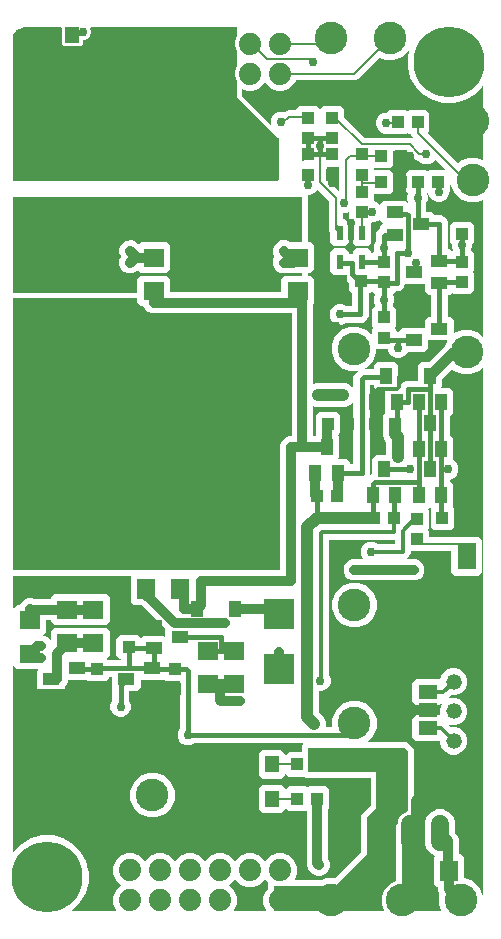
<source format=gbr>
G04 EAGLE Gerber RS-274X export*
G75*
%MOMM*%
%FSLAX34Y34*%
%LPD*%
%INBottom Copper*%
%IPPOS*%
%AMOC8*
5,1,8,0,0,1.08239X$1,22.5*%
G01*
%ADD10R,1.600000X1.800000*%
%ADD11C,1.508000*%
%ADD12R,1.100000X1.000000*%
%ADD13R,0.568000X1.258800*%
%ADD14R,1.400000X1.000000*%
%ADD15R,3.200000X1.800000*%
%ADD16C,2.760000*%
%ADD17R,1.803000X1.600000*%
%ADD18R,1.600000X1.803000*%
%ADD19R,1.000000X1.400000*%
%ADD20R,1.000000X1.100000*%
%ADD21R,1.200000X1.400000*%
%ADD22C,1.320800*%
%ADD23C,1.879600*%
%ADD24R,1.600000X2.300000*%
%ADD25R,2.540000X2.540000*%
%ADD26R,1.114600X1.361200*%
%ADD27R,1.600200X1.168400*%
%ADD28C,6.000000*%
%ADD29C,0.406400*%
%ADD30C,0.812800*%
%ADD31C,1.016000*%
%ADD32C,0.756400*%
%ADD33C,0.152400*%
%ADD34C,0.200000*%
%ADD35C,0.304800*%
%ADD36C,0.656400*%
%ADD37C,0.203200*%

G36*
X236605Y299631D02*
X236605Y299631D01*
X236656Y299633D01*
X236688Y299651D01*
X236724Y299659D01*
X236763Y299692D01*
X236808Y299716D01*
X236829Y299746D01*
X236857Y299769D01*
X236878Y299816D01*
X236908Y299858D01*
X236916Y299900D01*
X236928Y299928D01*
X236927Y299958D01*
X236935Y300000D01*
X236935Y405803D01*
X238315Y409135D01*
X240865Y411685D01*
X244197Y413065D01*
X246555Y413065D01*
X246605Y413076D01*
X246656Y413078D01*
X246688Y413096D01*
X246724Y413104D01*
X246763Y413137D01*
X246808Y413161D01*
X246829Y413191D01*
X246857Y413214D01*
X246878Y413261D01*
X246908Y413303D01*
X246916Y413345D01*
X246928Y413373D01*
X246927Y413403D01*
X246935Y413445D01*
X246935Y516555D01*
X246924Y516605D01*
X246922Y516656D01*
X246904Y516688D01*
X246896Y516724D01*
X246863Y516763D01*
X246839Y516808D01*
X246809Y516829D01*
X246786Y516857D01*
X246739Y516878D01*
X246697Y516908D01*
X246655Y516916D01*
X246627Y516928D01*
X246597Y516927D01*
X246555Y516935D01*
X128197Y516935D01*
X124865Y518315D01*
X122315Y520865D01*
X121620Y522545D01*
X121583Y522596D01*
X121552Y522652D01*
X121533Y522666D01*
X121519Y522685D01*
X121462Y522715D01*
X121411Y522752D01*
X121384Y522757D01*
X121366Y522767D01*
X121328Y522768D01*
X121268Y522779D01*
X118914Y522779D01*
X115984Y525709D01*
X115984Y530000D01*
X115973Y530050D01*
X115971Y530101D01*
X115953Y530133D01*
X115945Y530169D01*
X115912Y530208D01*
X115888Y530253D01*
X115858Y530274D01*
X115835Y530302D01*
X115788Y530323D01*
X115746Y530353D01*
X115704Y530361D01*
X115676Y530373D01*
X115646Y530372D01*
X115604Y530380D01*
X11303Y530380D01*
X11253Y530369D01*
X11202Y530367D01*
X11170Y530349D01*
X11134Y530341D01*
X11095Y530308D01*
X11050Y530284D01*
X11029Y530254D01*
X11001Y530231D01*
X10980Y530184D01*
X10950Y530142D01*
X10942Y530100D01*
X10930Y530072D01*
X10931Y530042D01*
X10923Y530000D01*
X10923Y300000D01*
X10934Y299950D01*
X10936Y299899D01*
X10954Y299867D01*
X10962Y299831D01*
X10995Y299792D01*
X11019Y299747D01*
X11049Y299726D01*
X11072Y299698D01*
X11119Y299677D01*
X11161Y299647D01*
X11203Y299639D01*
X11231Y299627D01*
X11261Y299628D01*
X11303Y299620D01*
X236555Y299620D01*
X236605Y299631D01*
G37*
G36*
X97822Y10929D02*
X97822Y10929D01*
X97847Y10926D01*
X97905Y10948D01*
X97965Y10962D01*
X97985Y10979D01*
X98009Y10988D01*
X98051Y11033D01*
X98099Y11072D01*
X98109Y11096D01*
X98127Y11115D01*
X98144Y11174D01*
X98170Y11231D01*
X98169Y11256D01*
X98176Y11281D01*
X98165Y11342D01*
X98163Y11404D01*
X98151Y11426D01*
X98146Y11452D01*
X98098Y11523D01*
X98080Y11556D01*
X98072Y11562D01*
X98065Y11572D01*
X97793Y11844D01*
X95601Y17136D01*
X95601Y22864D01*
X97793Y28156D01*
X101844Y32207D01*
X102187Y32349D01*
X102208Y32364D01*
X102232Y32371D01*
X102277Y32414D01*
X102327Y32450D01*
X102340Y32472D01*
X102358Y32490D01*
X102380Y32548D01*
X102409Y32603D01*
X102410Y32629D01*
X102418Y32653D01*
X102412Y32714D01*
X102414Y32776D01*
X102403Y32799D01*
X102400Y32825D01*
X102367Y32877D01*
X102341Y32933D01*
X102321Y32950D01*
X102308Y32971D01*
X102236Y33019D01*
X102207Y33042D01*
X102197Y33044D01*
X102187Y33051D01*
X101844Y33193D01*
X97793Y37244D01*
X95601Y42536D01*
X95601Y48264D01*
X97793Y53556D01*
X101844Y57607D01*
X107136Y59799D01*
X112864Y59799D01*
X118156Y57607D01*
X122207Y53556D01*
X122349Y53213D01*
X122364Y53192D01*
X122371Y53168D01*
X122414Y53123D01*
X122450Y53073D01*
X122472Y53060D01*
X122490Y53042D01*
X122548Y53020D01*
X122603Y52991D01*
X122629Y52990D01*
X122653Y52982D01*
X122714Y52988D01*
X122776Y52986D01*
X122799Y52997D01*
X122825Y53000D01*
X122877Y53033D01*
X122933Y53059D01*
X122950Y53079D01*
X122971Y53092D01*
X123019Y53164D01*
X123042Y53193D01*
X123044Y53203D01*
X123051Y53213D01*
X123193Y53556D01*
X127244Y57607D01*
X132536Y59799D01*
X138264Y59799D01*
X143556Y57607D01*
X147607Y53556D01*
X147749Y53213D01*
X147764Y53192D01*
X147771Y53168D01*
X147814Y53123D01*
X147850Y53073D01*
X147872Y53060D01*
X147890Y53042D01*
X147948Y53020D01*
X148003Y52991D01*
X148029Y52990D01*
X148053Y52982D01*
X148114Y52988D01*
X148176Y52986D01*
X148199Y52997D01*
X148225Y53000D01*
X148277Y53033D01*
X148333Y53059D01*
X148350Y53079D01*
X148371Y53092D01*
X148419Y53164D01*
X148442Y53193D01*
X148444Y53203D01*
X148451Y53213D01*
X148593Y53556D01*
X152644Y57607D01*
X157936Y59799D01*
X163664Y59799D01*
X168956Y57607D01*
X173007Y53556D01*
X173149Y53213D01*
X173164Y53192D01*
X173171Y53168D01*
X173214Y53123D01*
X173250Y53073D01*
X173272Y53060D01*
X173290Y53042D01*
X173348Y53020D01*
X173403Y52991D01*
X173429Y52990D01*
X173453Y52982D01*
X173514Y52988D01*
X173576Y52986D01*
X173599Y52997D01*
X173625Y53000D01*
X173677Y53033D01*
X173733Y53059D01*
X173750Y53079D01*
X173771Y53092D01*
X173819Y53164D01*
X173842Y53193D01*
X173844Y53203D01*
X173851Y53213D01*
X173993Y53556D01*
X178044Y57607D01*
X183336Y59799D01*
X189064Y59799D01*
X194356Y57607D01*
X198407Y53556D01*
X198549Y53213D01*
X198564Y53192D01*
X198571Y53168D01*
X198614Y53123D01*
X198650Y53073D01*
X198672Y53060D01*
X198690Y53042D01*
X198748Y53020D01*
X198803Y52991D01*
X198829Y52990D01*
X198853Y52982D01*
X198914Y52988D01*
X198976Y52986D01*
X198999Y52997D01*
X199025Y53000D01*
X199077Y53033D01*
X199133Y53059D01*
X199150Y53079D01*
X199171Y53092D01*
X199219Y53164D01*
X199242Y53193D01*
X199244Y53203D01*
X199251Y53213D01*
X199393Y53556D01*
X203444Y57607D01*
X208736Y59799D01*
X214464Y59799D01*
X219756Y57607D01*
X223807Y53556D01*
X223949Y53213D01*
X223964Y53192D01*
X223971Y53168D01*
X224014Y53123D01*
X224050Y53073D01*
X224072Y53060D01*
X224090Y53042D01*
X224148Y53020D01*
X224203Y52991D01*
X224229Y52990D01*
X224253Y52982D01*
X224314Y52988D01*
X224376Y52986D01*
X224399Y52997D01*
X224425Y53000D01*
X224477Y53033D01*
X224533Y53059D01*
X224550Y53079D01*
X224571Y53092D01*
X224619Y53164D01*
X224642Y53193D01*
X224644Y53203D01*
X224651Y53213D01*
X224793Y53556D01*
X228844Y57607D01*
X234136Y59799D01*
X239864Y59799D01*
X245156Y57607D01*
X249207Y53556D01*
X251399Y48264D01*
X251399Y42536D01*
X249482Y37908D01*
X249475Y37870D01*
X249460Y37834D01*
X249461Y37785D01*
X249453Y37737D01*
X249465Y37700D01*
X249466Y37661D01*
X249490Y37618D01*
X249504Y37571D01*
X249531Y37543D01*
X249549Y37509D01*
X249589Y37481D01*
X249623Y37445D01*
X249659Y37432D01*
X249691Y37409D01*
X249750Y37398D01*
X249786Y37385D01*
X249806Y37387D01*
X249833Y37382D01*
X272759Y37382D01*
X272761Y37382D01*
X272762Y37382D01*
X272904Y37411D01*
X276260Y38801D01*
X283032Y38801D01*
X283106Y38818D01*
X283181Y38831D01*
X283191Y38838D01*
X283201Y38840D01*
X283230Y38864D01*
X283301Y38912D01*
X305507Y61118D01*
X305547Y61182D01*
X305591Y61244D01*
X305593Y61257D01*
X305598Y61265D01*
X305602Y61302D01*
X305618Y61387D01*
X305618Y92229D01*
X313507Y100118D01*
X313547Y100182D01*
X313591Y100244D01*
X313593Y100257D01*
X313598Y100265D01*
X313602Y100302D01*
X313618Y100387D01*
X313618Y123238D01*
X313607Y123288D01*
X313605Y123339D01*
X313587Y123371D01*
X313579Y123407D01*
X313546Y123446D01*
X313522Y123491D01*
X313492Y123512D01*
X313469Y123540D01*
X313422Y123561D01*
X313380Y123591D01*
X313338Y123599D01*
X313310Y123611D01*
X313280Y123610D01*
X313238Y123618D01*
X258771Y123618D01*
X258001Y124388D01*
X257937Y124428D01*
X257875Y124472D01*
X257862Y124474D01*
X257854Y124479D01*
X257817Y124483D01*
X257732Y124499D01*
X244429Y124499D01*
X241650Y127278D01*
X241628Y127292D01*
X241612Y127312D01*
X241555Y127337D01*
X241503Y127369D01*
X241477Y127372D01*
X241453Y127382D01*
X241392Y127380D01*
X241330Y127386D01*
X241306Y127377D01*
X241280Y127376D01*
X241226Y127346D01*
X241168Y127324D01*
X241151Y127305D01*
X241128Y127293D01*
X241093Y127243D01*
X241051Y127197D01*
X241043Y127172D01*
X241028Y127151D01*
X241012Y127067D01*
X241001Y127031D01*
X241003Y127021D01*
X241001Y127009D01*
X241001Y125929D01*
X238071Y122999D01*
X221929Y122999D01*
X218999Y125929D01*
X218999Y144071D01*
X221929Y147001D01*
X238071Y147001D01*
X241001Y144071D01*
X241001Y142991D01*
X241007Y142966D01*
X241004Y142940D01*
X241026Y142882D01*
X241040Y142822D01*
X241057Y142802D01*
X241066Y142778D01*
X241111Y142736D01*
X241150Y142688D01*
X241174Y142678D01*
X241193Y142660D01*
X241252Y142643D01*
X241309Y142618D01*
X241334Y142619D01*
X241359Y142611D01*
X241420Y142622D01*
X241482Y142624D01*
X241504Y142636D01*
X241530Y142641D01*
X241601Y142689D01*
X241634Y142707D01*
X241640Y142715D01*
X241650Y142722D01*
X244429Y145501D01*
X255238Y145501D01*
X255288Y145512D01*
X255339Y145514D01*
X255371Y145532D01*
X255407Y145540D01*
X255446Y145573D01*
X255491Y145597D01*
X255512Y145627D01*
X255540Y145650D01*
X255561Y145697D01*
X255591Y145739D01*
X255599Y145781D01*
X255611Y145809D01*
X255610Y145837D01*
X255611Y145839D01*
X255611Y145844D01*
X255618Y145881D01*
X255618Y151229D01*
X256707Y152318D01*
X256721Y152340D01*
X256741Y152356D01*
X256766Y152413D01*
X256799Y152465D01*
X256801Y152491D01*
X256812Y152515D01*
X256809Y152576D01*
X256815Y152638D01*
X256806Y152662D01*
X256805Y152688D01*
X256776Y152742D01*
X256754Y152800D01*
X256735Y152817D01*
X256722Y152840D01*
X256672Y152875D01*
X256626Y152917D01*
X256602Y152925D01*
X256581Y152940D01*
X256496Y152956D01*
X256460Y152967D01*
X256450Y152965D01*
X256438Y152967D01*
X164545Y152967D01*
X164471Y152950D01*
X164397Y152937D01*
X164387Y152930D01*
X164377Y152928D01*
X164348Y152904D01*
X164277Y152856D01*
X163975Y152554D01*
X160747Y151217D01*
X157253Y151217D01*
X154025Y152554D01*
X151554Y155025D01*
X150217Y158253D01*
X150217Y161747D01*
X151554Y164975D01*
X151856Y165277D01*
X151896Y165341D01*
X151940Y165403D01*
X151942Y165415D01*
X151947Y165424D01*
X151951Y165461D01*
X151967Y165545D01*
X151967Y205119D01*
X151956Y205169D01*
X151954Y205220D01*
X151936Y205252D01*
X151928Y205288D01*
X151895Y205327D01*
X151871Y205372D01*
X151841Y205393D01*
X151818Y205421D01*
X151771Y205442D01*
X151729Y205472D01*
X151687Y205480D01*
X151659Y205492D01*
X151629Y205491D01*
X151587Y205499D01*
X140429Y205499D01*
X139019Y206909D01*
X138976Y206936D01*
X138938Y206971D01*
X138903Y206981D01*
X138872Y207000D01*
X138821Y207005D01*
X138772Y207020D01*
X138736Y207013D01*
X138699Y207017D01*
X138652Y206999D01*
X138601Y206990D01*
X138566Y206966D01*
X138537Y206955D01*
X138516Y206933D01*
X138481Y206909D01*
X138071Y206499D01*
X119929Y206499D01*
X119650Y206778D01*
X119628Y206792D01*
X119612Y206812D01*
X119555Y206837D01*
X119503Y206869D01*
X119477Y206872D01*
X119453Y206882D01*
X119392Y206880D01*
X119330Y206886D01*
X119306Y206877D01*
X119280Y206876D01*
X119226Y206846D01*
X119168Y206824D01*
X119151Y206805D01*
X119128Y206793D01*
X119093Y206743D01*
X119051Y206697D01*
X119043Y206672D01*
X119028Y206651D01*
X119012Y206567D01*
X119001Y206531D01*
X119003Y206521D01*
X119001Y206509D01*
X119001Y199929D01*
X116071Y196999D01*
X109413Y196999D01*
X109363Y196988D01*
X109312Y196986D01*
X109280Y196968D01*
X109244Y196960D01*
X109205Y196927D01*
X109160Y196903D01*
X109139Y196873D01*
X109111Y196850D01*
X109090Y196803D01*
X109060Y196761D01*
X109052Y196719D01*
X109040Y196691D01*
X109041Y196661D01*
X109033Y196619D01*
X109033Y189545D01*
X109050Y189471D01*
X109063Y189397D01*
X109070Y189386D01*
X109072Y189377D01*
X109096Y189348D01*
X109144Y189277D01*
X109446Y188975D01*
X110783Y185747D01*
X110783Y182253D01*
X109446Y179025D01*
X106975Y176554D01*
X103747Y175217D01*
X100253Y175217D01*
X97025Y176554D01*
X94554Y179025D01*
X93217Y182253D01*
X93217Y185747D01*
X94554Y188975D01*
X94856Y189277D01*
X94896Y189341D01*
X94940Y189403D01*
X94942Y189415D01*
X94947Y189424D01*
X94951Y189461D01*
X94967Y189545D01*
X94967Y203399D01*
X94970Y203406D01*
X94971Y203408D01*
X94972Y203410D01*
X94999Y203552D01*
X94999Y209087D01*
X94988Y209137D01*
X94986Y209188D01*
X94968Y209220D01*
X94960Y209256D01*
X94927Y209295D01*
X94903Y209340D01*
X94873Y209361D01*
X94850Y209389D01*
X94803Y209410D01*
X94761Y209440D01*
X94719Y209448D01*
X94691Y209460D01*
X94661Y209459D01*
X94619Y209467D01*
X92881Y209467D01*
X92831Y209456D01*
X92780Y209454D01*
X92748Y209436D01*
X92712Y209428D01*
X92673Y209395D01*
X92628Y209371D01*
X92607Y209341D01*
X92579Y209318D01*
X92558Y209271D01*
X92528Y209229D01*
X92520Y209187D01*
X92508Y209159D01*
X92509Y209129D01*
X92501Y209087D01*
X92501Y208429D01*
X89571Y205499D01*
X74429Y205499D01*
X73540Y206388D01*
X73475Y206428D01*
X73413Y206472D01*
X73401Y206474D01*
X73393Y206479D01*
X73356Y206483D01*
X73271Y206499D01*
X57445Y206499D01*
X57395Y206488D01*
X57344Y206486D01*
X57312Y206468D01*
X57276Y206460D01*
X57237Y206427D01*
X57192Y206403D01*
X57171Y206373D01*
X57143Y206350D01*
X57122Y206303D01*
X57092Y206261D01*
X57084Y206219D01*
X57072Y206191D01*
X57073Y206161D01*
X57065Y206119D01*
X57065Y205197D01*
X55685Y201865D01*
X55112Y201293D01*
X55104Y201279D01*
X55103Y201278D01*
X55101Y201275D01*
X55072Y201228D01*
X55028Y201166D01*
X55026Y201154D01*
X55021Y201145D01*
X55017Y201108D01*
X55001Y201024D01*
X55001Y199929D01*
X52071Y196999D01*
X33929Y196999D01*
X30999Y199929D01*
X30999Y214071D01*
X32058Y215130D01*
X32072Y215152D01*
X32092Y215168D01*
X32117Y215225D01*
X32149Y215277D01*
X32152Y215303D01*
X32162Y215327D01*
X32160Y215388D01*
X32166Y215450D01*
X32157Y215474D01*
X32156Y215500D01*
X32126Y215554D01*
X32104Y215612D01*
X32085Y215629D01*
X32073Y215652D01*
X32023Y215687D01*
X31977Y215729D01*
X31952Y215737D01*
X31931Y215752D01*
X31847Y215768D01*
X31811Y215779D01*
X31801Y215777D01*
X31789Y215779D01*
X13914Y215779D01*
X11572Y218121D01*
X11550Y218135D01*
X11534Y218155D01*
X11477Y218180D01*
X11425Y218212D01*
X11399Y218215D01*
X11375Y218225D01*
X11314Y218223D01*
X11252Y218229D01*
X11228Y218220D01*
X11202Y218219D01*
X11148Y218189D01*
X11090Y218167D01*
X11073Y218148D01*
X11050Y218136D01*
X11015Y218086D01*
X10973Y218040D01*
X10965Y218015D01*
X10950Y217994D01*
X10934Y217910D01*
X10923Y217874D01*
X10925Y217864D01*
X10923Y217852D01*
X10923Y61057D01*
X10940Y60984D01*
X10952Y60911D01*
X10959Y60901D01*
X10962Y60889D01*
X11010Y60831D01*
X11054Y60770D01*
X11065Y60764D01*
X11072Y60755D01*
X11141Y60724D01*
X11207Y60689D01*
X11219Y60689D01*
X11231Y60684D01*
X11305Y60687D01*
X11380Y60685D01*
X11391Y60690D01*
X11404Y60691D01*
X11470Y60726D01*
X11537Y60758D01*
X11546Y60768D01*
X11556Y60773D01*
X11578Y60804D01*
X11632Y60867D01*
X11992Y61491D01*
X18509Y68008D01*
X26490Y72616D01*
X35392Y75001D01*
X44608Y75001D01*
X53510Y72616D01*
X61491Y68008D01*
X68008Y61491D01*
X72616Y53510D01*
X73559Y49988D01*
X74782Y45425D01*
X75001Y44608D01*
X75001Y35392D01*
X72616Y26490D01*
X68008Y18509D01*
X61491Y11992D01*
X60867Y11632D01*
X60813Y11581D01*
X60755Y11534D01*
X60750Y11522D01*
X60741Y11514D01*
X60714Y11444D01*
X60684Y11375D01*
X60684Y11363D01*
X60680Y11351D01*
X60688Y11277D01*
X60691Y11202D01*
X60696Y11191D01*
X60698Y11179D01*
X60738Y11116D01*
X60773Y11050D01*
X60783Y11043D01*
X60790Y11032D01*
X60854Y10993D01*
X60915Y10950D01*
X60928Y10948D01*
X60938Y10942D01*
X60976Y10939D01*
X61057Y10923D01*
X97796Y10923D01*
X97822Y10929D01*
G37*
G36*
X372879Y10932D02*
X372879Y10932D01*
X372917Y10930D01*
X372962Y10951D01*
X373010Y10962D01*
X373039Y10987D01*
X373074Y11003D01*
X373105Y11041D01*
X373143Y11072D01*
X373159Y11108D01*
X373183Y11137D01*
X373194Y11185D01*
X373214Y11231D01*
X373213Y11269D01*
X373221Y11307D01*
X373209Y11366D01*
X373208Y11404D01*
X373198Y11422D01*
X373192Y11449D01*
X371199Y16260D01*
X371199Y23740D01*
X371930Y25504D01*
X371942Y25579D01*
X371959Y25653D01*
X371957Y25665D01*
X371958Y25675D01*
X371947Y25711D01*
X371930Y25795D01*
X370935Y28197D01*
X370935Y30619D01*
X370924Y30669D01*
X370922Y30720D01*
X370904Y30752D01*
X370896Y30788D01*
X370863Y30827D01*
X370839Y30872D01*
X370809Y30893D01*
X370786Y30921D01*
X370739Y30942D01*
X370697Y30972D01*
X370655Y30980D01*
X370627Y30992D01*
X370597Y30991D01*
X370555Y30999D01*
X369929Y30999D01*
X366999Y33929D01*
X366999Y56071D01*
X368048Y57120D01*
X368068Y57152D01*
X368096Y57179D01*
X368113Y57225D01*
X368139Y57267D01*
X368143Y57305D01*
X368156Y57341D01*
X368151Y57390D01*
X368156Y57439D01*
X368142Y57475D01*
X368138Y57514D01*
X368111Y57555D01*
X368094Y57601D01*
X368066Y57627D01*
X368045Y57660D01*
X367995Y57693D01*
X367967Y57719D01*
X367947Y57725D01*
X367924Y57740D01*
X365296Y58828D01*
X361768Y62356D01*
X359859Y66965D01*
X359859Y87035D01*
X361768Y91644D01*
X365296Y95172D01*
X369905Y97081D01*
X374895Y97081D01*
X379504Y95172D01*
X383032Y91644D01*
X384941Y87035D01*
X384941Y77436D01*
X384954Y77381D01*
X384954Y77366D01*
X384959Y77357D01*
X384971Y77288D01*
X384978Y77277D01*
X384980Y77268D01*
X385004Y77239D01*
X385052Y77167D01*
X387085Y75135D01*
X388465Y71803D01*
X388465Y59381D01*
X388476Y59331D01*
X388478Y59280D01*
X388496Y59248D01*
X388504Y59212D01*
X388537Y59173D01*
X388561Y59128D01*
X388591Y59107D01*
X388614Y59079D01*
X388661Y59058D01*
X388703Y59028D01*
X388745Y59020D01*
X388773Y59008D01*
X388803Y59009D01*
X388845Y59001D01*
X390071Y59001D01*
X393001Y56071D01*
X393001Y39181D01*
X393012Y39131D01*
X393014Y39080D01*
X393032Y39048D01*
X393040Y39012D01*
X393073Y38973D01*
X393097Y38928D01*
X393127Y38907D01*
X393150Y38879D01*
X393197Y38858D01*
X393239Y38828D01*
X393281Y38820D01*
X393309Y38808D01*
X393339Y38809D01*
X393381Y38801D01*
X393740Y38801D01*
X400650Y35938D01*
X405938Y30650D01*
X408346Y24838D01*
X408353Y24828D01*
X408356Y24815D01*
X408392Y24772D01*
X408410Y24739D01*
X408424Y24729D01*
X408447Y24697D01*
X408458Y24691D01*
X408466Y24681D01*
X408534Y24651D01*
X408537Y24649D01*
X408551Y24639D01*
X408559Y24638D01*
X408600Y24616D01*
X408613Y24616D01*
X408625Y24610D01*
X408688Y24613D01*
X408694Y24612D01*
X408697Y24612D01*
X408703Y24613D01*
X408773Y24611D01*
X408785Y24617D01*
X408798Y24617D01*
X408857Y24649D01*
X408866Y24651D01*
X408873Y24657D01*
X408930Y24683D01*
X408939Y24694D01*
X408950Y24700D01*
X408985Y24749D01*
X408999Y24761D01*
X409007Y24778D01*
X409039Y24818D01*
X409042Y24831D01*
X409050Y24841D01*
X409061Y24898D01*
X409070Y24920D01*
X409069Y24943D01*
X409077Y24984D01*
X409077Y470571D01*
X409071Y470596D01*
X409074Y470622D01*
X409052Y470680D01*
X409038Y470740D01*
X409021Y470760D01*
X409012Y470784D01*
X408967Y470826D01*
X408928Y470873D01*
X408904Y470884D01*
X408885Y470901D01*
X408826Y470919D01*
X408769Y470944D01*
X408744Y470943D01*
X408719Y470951D01*
X408658Y470940D01*
X408596Y470938D01*
X408574Y470925D01*
X408548Y470921D01*
X408477Y470873D01*
X408444Y470855D01*
X408438Y470847D01*
X408428Y470840D01*
X405650Y468062D01*
X398740Y465199D01*
X391260Y465199D01*
X384350Y468062D01*
X382884Y469527D01*
X382841Y469554D01*
X382804Y469589D01*
X382768Y469599D01*
X382737Y469619D01*
X382687Y469624D01*
X382638Y469638D01*
X382601Y469632D01*
X382565Y469635D01*
X382517Y469617D01*
X382467Y469608D01*
X382432Y469584D01*
X382403Y469574D01*
X382382Y469551D01*
X382347Y469527D01*
X374112Y461293D01*
X374072Y461228D01*
X374028Y461166D01*
X374026Y461154D01*
X374021Y461145D01*
X374017Y461108D01*
X374001Y461024D01*
X374001Y454929D01*
X373722Y454650D01*
X373708Y454628D01*
X373688Y454612D01*
X373663Y454555D01*
X373631Y454503D01*
X373628Y454477D01*
X373618Y454453D01*
X373620Y454392D01*
X373614Y454330D01*
X373623Y454306D01*
X373624Y454280D01*
X373654Y454226D01*
X373676Y454168D01*
X373695Y454151D01*
X373707Y454128D01*
X373757Y454093D01*
X373803Y454051D01*
X373828Y454043D01*
X373849Y454028D01*
X373933Y454012D01*
X373969Y454001D01*
X373979Y454003D01*
X373991Y454001D01*
X380571Y454001D01*
X383501Y451071D01*
X383501Y432929D01*
X380644Y430072D01*
X380604Y430007D01*
X380560Y429945D01*
X380558Y429933D01*
X380553Y429925D01*
X380549Y429888D01*
X380533Y429803D01*
X380533Y414197D01*
X380550Y414123D01*
X380563Y414048D01*
X380570Y414038D01*
X380572Y414028D01*
X380596Y413999D01*
X380644Y413928D01*
X383501Y411071D01*
X383501Y392896D01*
X383515Y392834D01*
X383522Y392771D01*
X383535Y392751D01*
X383540Y392727D01*
X383581Y392678D01*
X383615Y392625D01*
X383637Y392610D01*
X383650Y392594D01*
X383685Y392578D01*
X383735Y392545D01*
X383975Y392446D01*
X386446Y389975D01*
X387783Y386747D01*
X387783Y383253D01*
X386446Y380025D01*
X383975Y377554D01*
X380767Y376226D01*
X380716Y376189D01*
X380660Y376158D01*
X380646Y376139D01*
X380627Y376125D01*
X380597Y376069D01*
X380560Y376017D01*
X380555Y375990D01*
X380545Y375972D01*
X380544Y375934D01*
X380533Y375874D01*
X380533Y375197D01*
X380545Y375146D01*
X380546Y375102D01*
X380557Y375081D01*
X380563Y375048D01*
X380570Y375038D01*
X380572Y375028D01*
X380596Y374999D01*
X380626Y374955D01*
X380629Y374949D01*
X380630Y374948D01*
X380644Y374928D01*
X383501Y372071D01*
X383501Y353929D01*
X383091Y353519D01*
X383064Y353476D01*
X383029Y353438D01*
X383019Y353403D01*
X383000Y353372D01*
X382995Y353321D01*
X382980Y353272D01*
X382987Y353236D01*
X382983Y353199D01*
X383001Y353151D01*
X383010Y353101D01*
X383034Y353066D01*
X383045Y353037D01*
X383067Y353016D01*
X383091Y352981D01*
X384501Y351571D01*
X384501Y336429D01*
X381571Y333499D01*
X367429Y333499D01*
X364499Y336429D01*
X364499Y351571D01*
X364909Y351981D01*
X364936Y352024D01*
X364971Y352062D01*
X364981Y352097D01*
X365000Y352128D01*
X365005Y352179D01*
X365020Y352228D01*
X365013Y352264D01*
X365017Y352301D01*
X364999Y352348D01*
X364990Y352399D01*
X364966Y352434D01*
X364955Y352463D01*
X364933Y352484D01*
X364909Y352519D01*
X364269Y353159D01*
X364226Y353186D01*
X364188Y353221D01*
X364153Y353231D01*
X364122Y353250D01*
X364071Y353255D01*
X364022Y353270D01*
X363986Y353263D01*
X363949Y353267D01*
X363902Y353249D01*
X363851Y353240D01*
X363816Y353216D01*
X363787Y353205D01*
X363766Y353183D01*
X363731Y353159D01*
X362091Y351519D01*
X362069Y351484D01*
X362061Y351477D01*
X362057Y351468D01*
X362029Y351438D01*
X362019Y351403D01*
X362000Y351372D01*
X361996Y351332D01*
X361990Y351319D01*
X361991Y351307D01*
X361980Y351272D01*
X361987Y351236D01*
X361983Y351199D01*
X361996Y351165D01*
X361997Y351146D01*
X362005Y351131D01*
X362010Y351101D01*
X362034Y351066D01*
X362045Y351037D01*
X362067Y351017D01*
X362079Y350994D01*
X362085Y350989D01*
X362091Y350981D01*
X363501Y349571D01*
X363501Y335429D01*
X362341Y334269D01*
X362314Y334226D01*
X362279Y334188D01*
X362269Y334153D01*
X362250Y334122D01*
X362245Y334071D01*
X362230Y334022D01*
X362237Y333986D01*
X362233Y333949D01*
X362251Y333902D01*
X362260Y333851D01*
X362284Y333816D01*
X362295Y333787D01*
X362317Y333766D01*
X362341Y333731D01*
X363501Y332571D01*
X363501Y327881D01*
X363512Y327831D01*
X363514Y327780D01*
X363532Y327748D01*
X363540Y327712D01*
X363573Y327673D01*
X363597Y327628D01*
X363627Y327607D01*
X363650Y327579D01*
X363697Y327558D01*
X363739Y327528D01*
X363781Y327520D01*
X363809Y327508D01*
X363839Y327509D01*
X363881Y327501D01*
X384271Y327501D01*
X384345Y327518D01*
X384420Y327531D01*
X384430Y327538D01*
X384440Y327540D01*
X384469Y327564D01*
X384540Y327612D01*
X384929Y328001D01*
X405071Y328001D01*
X408001Y325071D01*
X408001Y297929D01*
X405071Y294999D01*
X384929Y294999D01*
X381999Y297929D01*
X381999Y315119D01*
X381988Y315169D01*
X381986Y315220D01*
X381968Y315252D01*
X381960Y315288D01*
X381927Y315327D01*
X381903Y315372D01*
X381873Y315393D01*
X381850Y315421D01*
X381803Y315442D01*
X381761Y315472D01*
X381719Y315480D01*
X381691Y315492D01*
X381661Y315491D01*
X381619Y315499D01*
X347905Y315499D01*
X347855Y315488D01*
X347804Y315486D01*
X347772Y315468D01*
X347736Y315460D01*
X347697Y315427D01*
X347652Y315403D01*
X347631Y315373D01*
X347603Y315350D01*
X347582Y315303D01*
X347552Y315261D01*
X347544Y315219D01*
X347532Y315191D01*
X347533Y315161D01*
X347525Y315119D01*
X347525Y313702D01*
X346531Y311304D01*
X344941Y309714D01*
X344928Y309692D01*
X344908Y309676D01*
X344882Y309619D01*
X344850Y309567D01*
X344847Y309541D01*
X344837Y309517D01*
X344839Y309456D01*
X344833Y309394D01*
X344842Y309370D01*
X344843Y309344D01*
X344873Y309290D01*
X344895Y309232D01*
X344914Y309215D01*
X344926Y309192D01*
X344977Y309157D01*
X345022Y309115D01*
X345047Y309107D01*
X345068Y309092D01*
X345152Y309076D01*
X345188Y309065D01*
X345198Y309067D01*
X345210Y309065D01*
X351803Y309065D01*
X355135Y307685D01*
X357685Y305135D01*
X359065Y301803D01*
X359065Y298197D01*
X357685Y294865D01*
X355135Y292315D01*
X351803Y290935D01*
X298197Y290935D01*
X294865Y292315D01*
X292315Y294865D01*
X290935Y298197D01*
X290935Y301803D01*
X292315Y305135D01*
X294865Y307685D01*
X298197Y309065D01*
X306597Y309065D01*
X306622Y309071D01*
X306647Y309068D01*
X306705Y309090D01*
X306765Y309104D01*
X306785Y309121D01*
X306809Y309130D01*
X306851Y309175D01*
X306899Y309214D01*
X306910Y309238D01*
X306927Y309257D01*
X306945Y309316D01*
X306970Y309373D01*
X306969Y309398D01*
X306976Y309423D01*
X306966Y309484D01*
X306963Y309546D01*
X306951Y309568D01*
X306947Y309594D01*
X306898Y309665D01*
X306881Y309698D01*
X306872Y309704D01*
X306865Y309714D01*
X306554Y310025D01*
X305217Y313253D01*
X305217Y316747D01*
X306554Y319975D01*
X309025Y322446D01*
X312253Y323783D01*
X315747Y323783D01*
X318975Y322446D01*
X319785Y321636D01*
X319849Y321596D01*
X319911Y321552D01*
X319923Y321550D01*
X319932Y321545D01*
X319969Y321541D01*
X320053Y321525D01*
X334095Y321525D01*
X334145Y321536D01*
X334196Y321538D01*
X334228Y321556D01*
X334264Y321564D01*
X334303Y321597D01*
X334348Y321621D01*
X334369Y321651D01*
X334397Y321674D01*
X334418Y321721D01*
X334448Y321763D01*
X334456Y321805D01*
X334468Y321833D01*
X334467Y321863D01*
X334475Y321905D01*
X334475Y324925D01*
X334464Y324975D01*
X334462Y325026D01*
X334444Y325058D01*
X334436Y325094D01*
X334403Y325133D01*
X334379Y325178D01*
X334349Y325199D01*
X334326Y325227D01*
X334279Y325248D01*
X334237Y325278D01*
X334195Y325286D01*
X334167Y325298D01*
X334137Y325297D01*
X334095Y325305D01*
X278905Y325305D01*
X278855Y325294D01*
X278804Y325292D01*
X278772Y325274D01*
X278736Y325266D01*
X278697Y325233D01*
X278652Y325209D01*
X278631Y325179D01*
X278603Y325156D01*
X278582Y325109D01*
X278552Y325067D01*
X278544Y325025D01*
X278532Y324997D01*
X278533Y324967D01*
X278525Y324925D01*
X278525Y210860D01*
X278525Y210858D01*
X278525Y210856D01*
X278554Y210714D01*
X279783Y207747D01*
X279783Y204253D01*
X278446Y201025D01*
X275975Y198554D01*
X272747Y197217D01*
X270461Y197217D01*
X270411Y197206D01*
X270360Y197204D01*
X270328Y197186D01*
X270292Y197178D01*
X270253Y197145D01*
X270208Y197121D01*
X270187Y197091D01*
X270159Y197068D01*
X270138Y197021D01*
X270108Y196979D01*
X270100Y196937D01*
X270088Y196909D01*
X270089Y196879D01*
X270081Y196837D01*
X270081Y179333D01*
X270094Y179276D01*
X270094Y179273D01*
X270095Y179271D01*
X270098Y179259D01*
X270111Y179184D01*
X270118Y179174D01*
X270120Y179164D01*
X270144Y179136D01*
X270192Y179064D01*
X274546Y174710D01*
X276081Y171005D01*
X276081Y167413D01*
X276092Y167363D01*
X276094Y167312D01*
X276112Y167280D01*
X276120Y167244D01*
X276153Y167205D01*
X276177Y167160D01*
X276207Y167139D01*
X276230Y167111D01*
X276277Y167090D01*
X276319Y167060D01*
X276361Y167052D01*
X276389Y167040D01*
X276419Y167041D01*
X276461Y167033D01*
X280819Y167033D01*
X280869Y167044D01*
X280920Y167046D01*
X280952Y167064D01*
X280988Y167072D01*
X281027Y167105D01*
X281072Y167129D01*
X281093Y167159D01*
X281121Y167182D01*
X281142Y167229D01*
X281172Y167271D01*
X281180Y167313D01*
X281192Y167341D01*
X281191Y167371D01*
X281199Y167413D01*
X281199Y173740D01*
X284062Y180650D01*
X289350Y185938D01*
X296260Y188801D01*
X303740Y188801D01*
X310650Y185938D01*
X315938Y180650D01*
X318801Y173740D01*
X318801Y166260D01*
X315938Y159350D01*
X311619Y155031D01*
X311606Y155009D01*
X311586Y154993D01*
X311560Y154936D01*
X311528Y154884D01*
X311525Y154858D01*
X311515Y154834D01*
X311517Y154773D01*
X311511Y154711D01*
X311520Y154687D01*
X311521Y154661D01*
X311551Y154607D01*
X311573Y154549D01*
X311592Y154532D01*
X311604Y154509D01*
X311654Y154474D01*
X311700Y154432D01*
X311725Y154424D01*
X311746Y154409D01*
X311830Y154393D01*
X311866Y154382D01*
X311876Y154384D01*
X311888Y154382D01*
X344229Y154382D01*
X350382Y148229D01*
X350382Y91771D01*
X340493Y81882D01*
X340453Y81818D01*
X340409Y81756D01*
X340407Y81743D01*
X340402Y81735D01*
X340398Y81698D01*
X340382Y81613D01*
X340382Y11303D01*
X340393Y11253D01*
X340395Y11202D01*
X340413Y11170D01*
X340421Y11134D01*
X340454Y11095D01*
X340478Y11050D01*
X340508Y11029D01*
X340531Y11001D01*
X340578Y10980D01*
X340620Y10950D01*
X340662Y10942D01*
X340690Y10930D01*
X340720Y10931D01*
X340762Y10923D01*
X372841Y10923D01*
X372879Y10932D01*
G37*
G36*
X235020Y629242D02*
X235020Y629242D01*
X235039Y629240D01*
X235141Y629262D01*
X235243Y629279D01*
X235260Y629288D01*
X235280Y629292D01*
X235369Y629345D01*
X235460Y629394D01*
X235474Y629408D01*
X235491Y629418D01*
X235558Y629497D01*
X235630Y629572D01*
X235638Y629590D01*
X235651Y629605D01*
X235690Y629701D01*
X235733Y629795D01*
X235735Y629815D01*
X235743Y629833D01*
X235761Y630000D01*
X235761Y665000D01*
X235747Y665090D01*
X235739Y665181D01*
X235727Y665211D01*
X235722Y665243D01*
X235679Y665323D01*
X235643Y665407D01*
X235617Y665439D01*
X235606Y665460D01*
X235583Y665482D01*
X235571Y665498D01*
X235564Y665508D01*
X235558Y665514D01*
X235538Y665538D01*
X200761Y700315D01*
X200761Y713616D01*
X200751Y713681D01*
X200750Y713746D01*
X200727Y713826D01*
X200722Y713859D01*
X200712Y713876D01*
X200703Y713908D01*
X199201Y717534D01*
X199201Y722466D01*
X200703Y726092D01*
X200718Y726156D01*
X200743Y726217D01*
X200752Y726300D01*
X200759Y726332D01*
X200758Y726351D01*
X200761Y726384D01*
X200761Y739016D01*
X200751Y739081D01*
X200750Y739146D01*
X200727Y739226D01*
X200722Y739259D01*
X200712Y739276D01*
X200703Y739308D01*
X199201Y742934D01*
X199201Y747866D01*
X200703Y751492D01*
X200718Y751556D01*
X200743Y751617D01*
X200752Y751700D01*
X200759Y751732D01*
X200758Y751751D01*
X200761Y751784D01*
X200761Y758316D01*
X200758Y758336D01*
X200760Y758355D01*
X200738Y758457D01*
X200722Y758559D01*
X200712Y758576D01*
X200708Y758596D01*
X200655Y758685D01*
X200606Y758776D01*
X200592Y758790D01*
X200582Y758807D01*
X200503Y758874D01*
X200428Y758946D01*
X200410Y758954D01*
X200395Y758967D01*
X200299Y759006D01*
X200205Y759049D01*
X200185Y759051D01*
X200167Y759059D01*
X200000Y759077D01*
X76915Y759077D01*
X76869Y759070D01*
X76823Y759072D01*
X76749Y759050D01*
X76672Y759038D01*
X76631Y759016D01*
X76587Y759003D01*
X76523Y758959D01*
X76454Y758922D01*
X76423Y758889D01*
X76385Y758863D01*
X76339Y758801D01*
X76285Y758744D01*
X76266Y758702D01*
X76238Y758666D01*
X76214Y758592D01*
X76181Y758521D01*
X76176Y758475D01*
X76162Y758432D01*
X76163Y758354D01*
X76154Y758277D01*
X76164Y758232D01*
X76165Y758186D01*
X76203Y758054D01*
X76207Y758036D01*
X76209Y758032D01*
X76211Y758025D01*
X76783Y756645D01*
X76783Y753947D01*
X75750Y751454D01*
X73842Y749546D01*
X71349Y748513D01*
X70762Y748513D01*
X70742Y748510D01*
X70723Y748512D01*
X70621Y748490D01*
X70519Y748474D01*
X70502Y748464D01*
X70482Y748460D01*
X70393Y748407D01*
X70302Y748358D01*
X70288Y748344D01*
X70271Y748334D01*
X70204Y748255D01*
X70132Y748180D01*
X70124Y748162D01*
X70111Y748147D01*
X70072Y748051D01*
X70029Y747957D01*
X70027Y747937D01*
X70019Y747919D01*
X70001Y747752D01*
X70001Y744757D01*
X68243Y742999D01*
X53757Y742999D01*
X51999Y744757D01*
X51999Y758316D01*
X51996Y758336D01*
X51998Y758355D01*
X51976Y758457D01*
X51960Y758559D01*
X51950Y758576D01*
X51946Y758596D01*
X51893Y758685D01*
X51844Y758776D01*
X51830Y758790D01*
X51820Y758807D01*
X51741Y758874D01*
X51666Y758946D01*
X51648Y758954D01*
X51633Y758967D01*
X51537Y759006D01*
X51443Y759049D01*
X51423Y759051D01*
X51405Y759059D01*
X51238Y759077D01*
X20000Y759077D01*
X19978Y759074D01*
X19940Y759075D01*
X18639Y758973D01*
X18634Y758971D01*
X18628Y758972D01*
X18464Y758938D01*
X15989Y758134D01*
X15958Y758117D01*
X15923Y758109D01*
X15777Y758025D01*
X13672Y756496D01*
X13647Y756471D01*
X13617Y756452D01*
X13504Y756328D01*
X11975Y754223D01*
X11958Y754191D01*
X11936Y754163D01*
X11866Y754011D01*
X11062Y751536D01*
X11061Y751530D01*
X11059Y751525D01*
X11027Y751361D01*
X10925Y750060D01*
X10927Y750038D01*
X10923Y750000D01*
X10923Y630000D01*
X10926Y629980D01*
X10924Y629961D01*
X10946Y629859D01*
X10962Y629757D01*
X10972Y629740D01*
X10976Y629720D01*
X11029Y629631D01*
X11078Y629540D01*
X11092Y629526D01*
X11102Y629509D01*
X11181Y629442D01*
X11256Y629371D01*
X11274Y629362D01*
X11289Y629349D01*
X11385Y629310D01*
X11479Y629267D01*
X11499Y629265D01*
X11517Y629257D01*
X11684Y629239D01*
X235000Y629239D01*
X235020Y629242D01*
G37*
G36*
X115654Y534631D02*
X115654Y534631D01*
X115705Y534633D01*
X115737Y534651D01*
X115773Y534659D01*
X115812Y534692D01*
X115857Y534716D01*
X115878Y534746D01*
X115906Y534769D01*
X115927Y534816D01*
X115957Y534858D01*
X115965Y534900D01*
X115977Y534928D01*
X115976Y534958D01*
X115984Y535000D01*
X115984Y545851D01*
X118914Y548781D01*
X141086Y548781D01*
X144016Y545851D01*
X144016Y535445D01*
X144027Y535395D01*
X144029Y535344D01*
X144047Y535312D01*
X144055Y535276D01*
X144088Y535237D01*
X144112Y535192D01*
X144142Y535171D01*
X144165Y535143D01*
X144212Y535122D01*
X144254Y535092D01*
X144296Y535084D01*
X144324Y535072D01*
X144354Y535073D01*
X144396Y535065D01*
X237604Y535065D01*
X237654Y535076D01*
X237705Y535078D01*
X237737Y535096D01*
X237773Y535104D01*
X237812Y535137D01*
X237857Y535161D01*
X237878Y535191D01*
X237906Y535214D01*
X237927Y535261D01*
X237957Y535303D01*
X237965Y535345D01*
X237977Y535373D01*
X237976Y535403D01*
X237984Y535445D01*
X237984Y545851D01*
X240914Y548781D01*
X255000Y548781D01*
X255050Y548792D01*
X255101Y548794D01*
X255133Y548812D01*
X255169Y548820D01*
X255208Y548853D01*
X255253Y548877D01*
X255274Y548907D01*
X255302Y548930D01*
X255323Y548977D01*
X255353Y549019D01*
X255361Y549061D01*
X255373Y549089D01*
X255372Y549119D01*
X255380Y549161D01*
X255380Y550839D01*
X255369Y550889D01*
X255367Y550940D01*
X255349Y550972D01*
X255341Y551008D01*
X255308Y551047D01*
X255284Y551092D01*
X255254Y551113D01*
X255231Y551141D01*
X255184Y551162D01*
X255142Y551192D01*
X255100Y551200D01*
X255072Y551212D01*
X255042Y551211D01*
X255000Y551219D01*
X250344Y551219D01*
X250343Y551219D01*
X250341Y551219D01*
X250199Y551190D01*
X249583Y550935D01*
X238197Y550935D01*
X234865Y552315D01*
X232315Y554865D01*
X230935Y558197D01*
X230935Y561803D01*
X232199Y564855D01*
X232212Y564930D01*
X232228Y565004D01*
X232226Y565016D01*
X232227Y565025D01*
X232216Y565061D01*
X232199Y565146D01*
X230935Y568197D01*
X230935Y571803D01*
X232315Y575135D01*
X234865Y577685D01*
X238197Y579065D01*
X241803Y579065D01*
X245135Y577685D01*
X245487Y577332D01*
X245552Y577292D01*
X245614Y577248D01*
X245626Y577246D01*
X245635Y577241D01*
X245672Y577237D01*
X245756Y577221D01*
X255000Y577221D01*
X255050Y577232D01*
X255101Y577234D01*
X255133Y577252D01*
X255169Y577260D01*
X255208Y577293D01*
X255253Y577317D01*
X255274Y577347D01*
X255302Y577370D01*
X255323Y577417D01*
X255353Y577459D01*
X255361Y577501D01*
X255373Y577529D01*
X255372Y577559D01*
X255380Y577601D01*
X255380Y615000D01*
X255369Y615050D01*
X255367Y615101D01*
X255349Y615133D01*
X255341Y615169D01*
X255308Y615208D01*
X255284Y615253D01*
X255254Y615274D01*
X255231Y615302D01*
X255184Y615323D01*
X255142Y615353D01*
X255100Y615361D01*
X255072Y615373D01*
X255042Y615372D01*
X255000Y615380D01*
X11303Y615380D01*
X11253Y615369D01*
X11202Y615367D01*
X11170Y615349D01*
X11134Y615341D01*
X11095Y615308D01*
X11050Y615284D01*
X11029Y615254D01*
X11001Y615231D01*
X10980Y615184D01*
X10950Y615142D01*
X10942Y615100D01*
X10930Y615072D01*
X10931Y615042D01*
X10923Y615000D01*
X10923Y535000D01*
X10934Y534950D01*
X10936Y534899D01*
X10954Y534867D01*
X10962Y534831D01*
X10995Y534792D01*
X11019Y534747D01*
X11049Y534726D01*
X11072Y534698D01*
X11119Y534677D01*
X11161Y534647D01*
X11203Y534639D01*
X11231Y534627D01*
X11261Y534628D01*
X11303Y534620D01*
X115604Y534620D01*
X115654Y534631D01*
G37*
G36*
X387545Y644283D02*
X387545Y644283D01*
X387582Y644280D01*
X387629Y644298D01*
X387679Y644307D01*
X387715Y644331D01*
X387743Y644342D01*
X387764Y644364D01*
X387800Y644388D01*
X389350Y645938D01*
X396260Y648801D01*
X403740Y648801D01*
X408551Y646808D01*
X408589Y646801D01*
X408625Y646786D01*
X408674Y646788D01*
X408722Y646780D01*
X408759Y646791D01*
X408798Y646792D01*
X408841Y646816D01*
X408888Y646830D01*
X408916Y646857D01*
X408950Y646875D01*
X408978Y646915D01*
X409014Y646949D01*
X409027Y646985D01*
X409050Y647017D01*
X409061Y647076D01*
X409074Y647112D01*
X409072Y647132D01*
X409077Y647159D01*
X409077Y708943D01*
X409060Y709016D01*
X409048Y709089D01*
X409041Y709099D01*
X409038Y709111D01*
X408990Y709169D01*
X408946Y709230D01*
X408935Y709236D01*
X408928Y709245D01*
X408859Y709276D01*
X408793Y709311D01*
X408781Y709311D01*
X408769Y709316D01*
X408695Y709313D01*
X408620Y709315D01*
X408609Y709310D01*
X408596Y709309D01*
X408530Y709274D01*
X408463Y709242D01*
X408454Y709232D01*
X408444Y709227D01*
X408422Y709196D01*
X408368Y709133D01*
X408008Y708509D01*
X401491Y701992D01*
X393510Y697384D01*
X384608Y694999D01*
X375392Y694999D01*
X366490Y697384D01*
X358509Y701992D01*
X351992Y708509D01*
X347384Y716490D01*
X347310Y716767D01*
X344999Y725392D01*
X344999Y734608D01*
X346024Y738432D01*
X346026Y738507D01*
X346034Y738582D01*
X346029Y738593D01*
X346030Y738605D01*
X345998Y738674D01*
X345972Y738743D01*
X345963Y738752D01*
X345958Y738763D01*
X345900Y738810D01*
X345845Y738861D01*
X345833Y738865D01*
X345823Y738873D01*
X345750Y738889D01*
X345679Y738910D01*
X345666Y738908D01*
X345654Y738911D01*
X345582Y738893D01*
X345508Y738881D01*
X345497Y738873D01*
X345486Y738870D01*
X345457Y738846D01*
X345388Y738800D01*
X340650Y734062D01*
X333740Y731199D01*
X326260Y731199D01*
X321608Y733126D01*
X321545Y733137D01*
X321484Y733155D01*
X321461Y733151D01*
X321437Y733154D01*
X321376Y733136D01*
X321314Y733125D01*
X321291Y733110D01*
X321271Y733104D01*
X321244Y733078D01*
X321194Y733044D01*
X303264Y715115D01*
X301146Y714237D01*
X250452Y714237D01*
X250390Y714223D01*
X250327Y714216D01*
X250307Y714203D01*
X250283Y714198D01*
X250234Y714157D01*
X250181Y714123D01*
X250166Y714101D01*
X250150Y714088D01*
X250134Y714053D01*
X250101Y714003D01*
X249207Y711844D01*
X245156Y707793D01*
X239864Y705601D01*
X234136Y705601D01*
X228844Y707793D01*
X224793Y711844D01*
X224651Y712187D01*
X224636Y712208D01*
X224629Y712232D01*
X224586Y712277D01*
X224550Y712327D01*
X224527Y712340D01*
X224510Y712358D01*
X224452Y712380D01*
X224397Y712409D01*
X224372Y712410D01*
X224347Y712418D01*
X224286Y712412D01*
X224224Y712414D01*
X224201Y712403D01*
X224175Y712400D01*
X224123Y712367D01*
X224067Y712341D01*
X224050Y712321D01*
X224029Y712308D01*
X223981Y712235D01*
X223958Y712207D01*
X223955Y712197D01*
X223949Y712187D01*
X223807Y711844D01*
X219756Y707793D01*
X214464Y705601D01*
X208736Y705601D01*
X205146Y707088D01*
X205108Y707095D01*
X205072Y707110D01*
X205023Y707109D01*
X204975Y707117D01*
X204938Y707105D01*
X204899Y707104D01*
X204856Y707080D01*
X204809Y707066D01*
X204781Y707039D01*
X204747Y707021D01*
X204719Y706981D01*
X204683Y706947D01*
X204670Y706911D01*
X204647Y706879D01*
X204636Y706820D01*
X204623Y706784D01*
X204625Y706764D01*
X204620Y706737D01*
X204620Y701000D01*
X204637Y700926D01*
X204650Y700851D01*
X204657Y700841D01*
X204659Y700831D01*
X204683Y700802D01*
X204731Y700731D01*
X228578Y676884D01*
X228589Y676877D01*
X228597Y676866D01*
X228662Y676832D01*
X228726Y676793D01*
X228739Y676791D01*
X228750Y676785D01*
X228824Y676783D01*
X228898Y676776D01*
X228910Y676781D01*
X228923Y676780D01*
X228991Y676811D01*
X229060Y676838D01*
X229069Y676847D01*
X229081Y676853D01*
X229127Y676910D01*
X229178Y676965D01*
X229181Y676977D01*
X229190Y676987D01*
X229206Y677060D01*
X229227Y677131D01*
X229225Y677144D01*
X229227Y677156D01*
X229217Y677206D01*
X229217Y680747D01*
X230554Y683975D01*
X233025Y686446D01*
X236253Y687783D01*
X239747Y687783D01*
X240846Y687328D01*
X240909Y687317D01*
X240969Y687299D01*
X240993Y687303D01*
X241017Y687299D01*
X241078Y687318D01*
X241140Y687329D01*
X241163Y687344D01*
X241183Y687350D01*
X241210Y687376D01*
X241260Y687410D01*
X241736Y687885D01*
X242079Y688028D01*
X242109Y688049D01*
X242162Y688075D01*
X242459Y688298D01*
X243147Y688474D01*
X243168Y688485D01*
X243198Y688491D01*
X243854Y688763D01*
X244226Y688763D01*
X244262Y688771D01*
X244320Y688775D01*
X244680Y688867D01*
X245383Y688767D01*
X245406Y688769D01*
X245437Y688763D01*
X250119Y688763D01*
X250169Y688774D01*
X250220Y688776D01*
X250252Y688794D01*
X250288Y688802D01*
X250327Y688835D01*
X250372Y688859D01*
X250393Y688889D01*
X250421Y688912D01*
X250442Y688959D01*
X250472Y689001D01*
X250480Y689043D01*
X250492Y689071D01*
X250491Y689101D01*
X250499Y689143D01*
X250499Y689571D01*
X253429Y692501D01*
X268571Y692501D01*
X270731Y690341D01*
X270774Y690314D01*
X270812Y690279D01*
X270847Y690269D01*
X270878Y690250D01*
X270929Y690245D01*
X270978Y690230D01*
X271014Y690237D01*
X271051Y690233D01*
X271098Y690251D01*
X271149Y690260D01*
X271184Y690284D01*
X271213Y690295D01*
X271234Y690317D01*
X271269Y690341D01*
X273429Y692501D01*
X288571Y692501D01*
X291501Y689571D01*
X291501Y682806D01*
X291513Y682753D01*
X291514Y682724D01*
X291522Y682710D01*
X291531Y682658D01*
X291538Y682648D01*
X291540Y682638D01*
X291564Y682609D01*
X291612Y682538D01*
X308276Y665874D01*
X308340Y665834D01*
X308402Y665790D01*
X308414Y665788D01*
X308423Y665783D01*
X308460Y665779D01*
X308545Y665763D01*
X348146Y665763D01*
X348841Y665475D01*
X348853Y665473D01*
X348864Y665466D01*
X348938Y665459D01*
X349012Y665447D01*
X349024Y665451D01*
X349037Y665450D01*
X349106Y665476D01*
X349177Y665498D01*
X349187Y665507D01*
X349199Y665511D01*
X349249Y665566D01*
X349303Y665617D01*
X349308Y665629D01*
X349317Y665638D01*
X349338Y665710D01*
X349363Y665779D01*
X349362Y665792D01*
X349366Y665805D01*
X349353Y665878D01*
X349345Y665951D01*
X349338Y665962D01*
X349336Y665975D01*
X349255Y666095D01*
X348615Y666736D01*
X347981Y668265D01*
X347944Y668316D01*
X347914Y668372D01*
X347894Y668386D01*
X347880Y668405D01*
X347824Y668435D01*
X347772Y668472D01*
X347746Y668477D01*
X347727Y668487D01*
X347690Y668488D01*
X347630Y668499D01*
X346429Y668499D01*
X345269Y669659D01*
X345226Y669686D01*
X345188Y669721D01*
X345153Y669731D01*
X345122Y669750D01*
X345071Y669755D01*
X345022Y669770D01*
X344986Y669763D01*
X344949Y669767D01*
X344902Y669749D01*
X344851Y669740D01*
X344816Y669716D01*
X344787Y669705D01*
X344766Y669683D01*
X344731Y669659D01*
X343571Y668499D01*
X329429Y668499D01*
X328822Y669106D01*
X328757Y669146D01*
X328695Y669190D01*
X328683Y669192D01*
X328675Y669197D01*
X328638Y669201D01*
X328553Y669217D01*
X325253Y669217D01*
X322025Y670554D01*
X319554Y673025D01*
X318217Y676253D01*
X318217Y679747D01*
X319554Y682975D01*
X322025Y685446D01*
X325253Y686783D01*
X326553Y686783D01*
X326627Y686800D01*
X326702Y686813D01*
X326712Y686820D01*
X326722Y686822D01*
X326751Y686846D01*
X326822Y686894D01*
X329429Y689501D01*
X343571Y689501D01*
X344731Y688341D01*
X344774Y688314D01*
X344812Y688279D01*
X344847Y688269D01*
X344878Y688250D01*
X344929Y688245D01*
X344978Y688230D01*
X345014Y688237D01*
X345051Y688233D01*
X345099Y688251D01*
X345149Y688260D01*
X345184Y688284D01*
X345213Y688295D01*
X345234Y688317D01*
X345269Y688341D01*
X346429Y689501D01*
X360571Y689501D01*
X363501Y686571D01*
X363501Y671429D01*
X362130Y670058D01*
X362103Y670014D01*
X362068Y669977D01*
X362058Y669942D01*
X362038Y669911D01*
X362034Y669860D01*
X362019Y669811D01*
X362025Y669775D01*
X362022Y669738D01*
X362040Y669690D01*
X362049Y669640D01*
X362073Y669605D01*
X362083Y669576D01*
X362106Y669555D01*
X362130Y669520D01*
X387262Y644388D01*
X387305Y644361D01*
X387343Y644326D01*
X387378Y644316D01*
X387409Y644296D01*
X387460Y644292D01*
X387509Y644277D01*
X387545Y644283D01*
G37*
G36*
X325043Y10932D02*
X325043Y10932D01*
X325082Y10930D01*
X325127Y10951D01*
X325175Y10962D01*
X325204Y10987D01*
X325239Y11003D01*
X325270Y11041D01*
X325308Y11072D01*
X325324Y11108D01*
X325348Y11137D01*
X325359Y11185D01*
X325379Y11231D01*
X325378Y11269D01*
X325386Y11307D01*
X325374Y11366D01*
X325373Y11404D01*
X325363Y11422D01*
X325357Y11449D01*
X323199Y16658D01*
X323199Y23342D01*
X325757Y29517D01*
X330483Y34243D01*
X335146Y36174D01*
X335197Y36211D01*
X335253Y36242D01*
X335267Y36261D01*
X335286Y36275D01*
X335316Y36331D01*
X335353Y36383D01*
X335358Y36410D01*
X335368Y36428D01*
X335369Y36466D01*
X335380Y36525D01*
X335380Y83843D01*
X336348Y84810D01*
X336360Y84829D01*
X336374Y84841D01*
X336391Y84879D01*
X336432Y84937D01*
X336434Y84949D01*
X336439Y84957D01*
X336443Y84994D01*
X336443Y84995D01*
X336445Y84999D01*
X336445Y85003D01*
X336459Y85079D01*
X336459Y86637D01*
X338064Y90511D01*
X341029Y93476D01*
X344701Y94997D01*
X344752Y95034D01*
X344808Y95064D01*
X344822Y95084D01*
X344841Y95098D01*
X344871Y95154D01*
X344908Y95206D01*
X344913Y95232D01*
X344923Y95251D01*
X344924Y95288D01*
X344935Y95348D01*
X344935Y105405D01*
X345351Y106410D01*
X345352Y106411D01*
X345353Y106413D01*
X345380Y106555D01*
X345380Y146000D01*
X345363Y146074D01*
X345350Y146149D01*
X345343Y146159D01*
X345341Y146169D01*
X345317Y146198D01*
X345269Y146269D01*
X342269Y149269D01*
X342204Y149309D01*
X342142Y149353D01*
X342130Y149355D01*
X342122Y149360D01*
X342085Y149364D01*
X342000Y149380D01*
X261000Y149380D01*
X260950Y149369D01*
X260899Y149367D01*
X260867Y149349D01*
X260831Y149341D01*
X260792Y149308D01*
X260747Y149284D01*
X260726Y149254D01*
X260698Y149231D01*
X260677Y149184D01*
X260647Y149142D01*
X260639Y149100D01*
X260627Y149072D01*
X260628Y149042D01*
X260620Y149000D01*
X260620Y129000D01*
X260631Y128950D01*
X260633Y128899D01*
X260651Y128867D01*
X260659Y128831D01*
X260692Y128792D01*
X260716Y128747D01*
X260746Y128726D01*
X260769Y128698D01*
X260816Y128677D01*
X260858Y128647D01*
X260900Y128639D01*
X260928Y128627D01*
X260958Y128628D01*
X261000Y128620D01*
X318620Y128620D01*
X318620Y98158D01*
X310731Y90269D01*
X310721Y90252D01*
X310712Y90245D01*
X310702Y90221D01*
X310691Y90204D01*
X310647Y90142D01*
X310645Y90130D01*
X310640Y90122D01*
X310636Y90085D01*
X310620Y90000D01*
X310620Y59158D01*
X283843Y32380D01*
X232000Y32380D01*
X231950Y32369D01*
X231899Y32367D01*
X231867Y32349D01*
X231831Y32341D01*
X231792Y32308D01*
X231747Y32284D01*
X231726Y32254D01*
X231698Y32231D01*
X231677Y32184D01*
X231647Y32142D01*
X231639Y32100D01*
X231627Y32072D01*
X231628Y32042D01*
X231620Y32000D01*
X231620Y11303D01*
X231631Y11253D01*
X231633Y11202D01*
X231651Y11170D01*
X231659Y11134D01*
X231692Y11095D01*
X231716Y11050D01*
X231746Y11029D01*
X231769Y11001D01*
X231816Y10980D01*
X231858Y10950D01*
X231900Y10942D01*
X231928Y10930D01*
X231958Y10931D01*
X232000Y10923D01*
X325006Y10923D01*
X325043Y10932D01*
G37*
G36*
X298662Y454469D02*
X298662Y454469D01*
X298688Y454470D01*
X298742Y454500D01*
X298800Y454522D01*
X298817Y454541D01*
X298840Y454553D01*
X298875Y454604D01*
X298917Y454649D01*
X298925Y454674D01*
X298940Y454695D01*
X298956Y454779D01*
X298967Y454815D01*
X298965Y454825D01*
X298967Y454837D01*
X298967Y462399D01*
X300038Y464984D01*
X302070Y467016D01*
X302604Y467550D01*
X302618Y467572D01*
X302638Y467588D01*
X302663Y467645D01*
X302696Y467697D01*
X302698Y467723D01*
X302709Y467747D01*
X302706Y467808D01*
X302712Y467870D01*
X302703Y467894D01*
X302702Y467920D01*
X302673Y467974D01*
X302651Y468032D01*
X302632Y468049D01*
X302619Y468072D01*
X302569Y468107D01*
X302524Y468149D01*
X302499Y468157D01*
X302478Y468172D01*
X302393Y468188D01*
X302357Y468199D01*
X302348Y468197D01*
X302335Y468199D01*
X295760Y468199D01*
X288850Y471062D01*
X283562Y476350D01*
X280699Y483260D01*
X280699Y490740D01*
X283562Y497650D01*
X288850Y502938D01*
X295760Y505801D01*
X303240Y505801D01*
X310150Y502938D01*
X313850Y499238D01*
X313872Y499225D01*
X313888Y499205D01*
X313945Y499179D01*
X313997Y499147D01*
X314023Y499144D01*
X314047Y499134D01*
X314108Y499136D01*
X314170Y499130D01*
X314194Y499139D01*
X314220Y499140D01*
X314274Y499170D01*
X314332Y499192D01*
X314349Y499211D01*
X314372Y499223D01*
X314407Y499273D01*
X314449Y499319D01*
X314457Y499344D01*
X314472Y499365D01*
X314488Y499449D01*
X314499Y499485D01*
X314497Y499495D01*
X314499Y499507D01*
X314499Y503571D01*
X315659Y504731D01*
X315686Y504774D01*
X315721Y504812D01*
X315731Y504847D01*
X315750Y504878D01*
X315755Y504929D01*
X315770Y504978D01*
X315763Y505014D01*
X315767Y505051D01*
X315749Y505099D01*
X315740Y505149D01*
X315716Y505184D01*
X315705Y505213D01*
X315683Y505234D01*
X315659Y505269D01*
X314499Y506429D01*
X314499Y520571D01*
X317199Y523271D01*
X317232Y523325D01*
X317272Y523374D01*
X317277Y523397D01*
X317290Y523418D01*
X317296Y523481D01*
X317310Y523543D01*
X317304Y523569D01*
X317306Y523590D01*
X317293Y523626D01*
X317281Y523685D01*
X316217Y526253D01*
X316217Y529747D01*
X317574Y533022D01*
X317584Y533085D01*
X317602Y533146D01*
X317598Y533169D01*
X317602Y533193D01*
X317583Y533254D01*
X317572Y533316D01*
X317557Y533339D01*
X317551Y533359D01*
X317525Y533386D01*
X317491Y533436D01*
X315269Y535659D01*
X315226Y535686D01*
X315188Y535721D01*
X315153Y535731D01*
X315122Y535750D01*
X315071Y535755D01*
X315022Y535770D01*
X314986Y535763D01*
X314949Y535767D01*
X314901Y535749D01*
X314851Y535740D01*
X314816Y535716D01*
X314787Y535705D01*
X314766Y535683D01*
X314731Y535659D01*
X313071Y533999D01*
X312413Y533999D01*
X312363Y533988D01*
X312312Y533986D01*
X312280Y533968D01*
X312244Y533960D01*
X312205Y533927D01*
X312160Y533903D01*
X312139Y533873D01*
X312111Y533850D01*
X312090Y533803D01*
X312060Y533761D01*
X312052Y533719D01*
X312040Y533691D01*
X312041Y533661D01*
X312033Y533619D01*
X312033Y514601D01*
X310962Y512016D01*
X308984Y510038D01*
X306399Y508967D01*
X293545Y508967D01*
X293471Y508950D01*
X293397Y508937D01*
X293387Y508930D01*
X293377Y508928D01*
X293348Y508904D01*
X293277Y508856D01*
X292975Y508554D01*
X289747Y507217D01*
X286253Y507217D01*
X283025Y508554D01*
X280554Y511025D01*
X279217Y514253D01*
X279217Y517747D01*
X280554Y520975D01*
X283025Y523446D01*
X286253Y524783D01*
X289747Y524783D01*
X292975Y523446D01*
X293277Y523144D01*
X293341Y523104D01*
X293403Y523060D01*
X293415Y523058D01*
X293424Y523053D01*
X293461Y523049D01*
X293545Y523033D01*
X297587Y523033D01*
X297637Y523044D01*
X297688Y523046D01*
X297720Y523064D01*
X297756Y523072D01*
X297795Y523105D01*
X297840Y523129D01*
X297861Y523159D01*
X297889Y523182D01*
X297910Y523229D01*
X297940Y523271D01*
X297948Y523313D01*
X297960Y523341D01*
X297959Y523371D01*
X297967Y523413D01*
X297967Y533803D01*
X297954Y533860D01*
X297954Y533867D01*
X297951Y533872D01*
X297950Y533877D01*
X297937Y533952D01*
X297930Y533962D01*
X297928Y533972D01*
X297904Y534001D01*
X297856Y534072D01*
X294999Y536929D01*
X294999Y542897D01*
X294987Y542948D01*
X294986Y542993D01*
X294975Y543014D01*
X294969Y543046D01*
X294962Y543056D01*
X294960Y543066D01*
X294936Y543095D01*
X294907Y543138D01*
X294903Y543145D01*
X294901Y543147D01*
X294888Y543166D01*
X292038Y546016D01*
X290967Y548601D01*
X290967Y549133D01*
X290956Y549183D01*
X290954Y549234D01*
X290936Y549266D01*
X290928Y549302D01*
X290895Y549341D01*
X290871Y549386D01*
X290841Y549407D01*
X290818Y549435D01*
X290771Y549456D01*
X290729Y549486D01*
X290687Y549494D01*
X290659Y549506D01*
X290629Y549505D01*
X290587Y549513D01*
X282564Y549513D01*
X279634Y552443D01*
X279634Y569173D01*
X282564Y572103D01*
X292386Y572103D01*
X295316Y569173D01*
X295316Y567413D01*
X295327Y567363D01*
X295329Y567312D01*
X295347Y567280D01*
X295355Y567244D01*
X295388Y567205D01*
X295412Y567160D01*
X295442Y567139D01*
X295465Y567111D01*
X295512Y567090D01*
X295554Y567060D01*
X295596Y567052D01*
X295624Y567040D01*
X295654Y567041D01*
X295696Y567033D01*
X298304Y567033D01*
X298354Y567044D01*
X298405Y567046D01*
X298437Y567064D01*
X298473Y567072D01*
X298512Y567105D01*
X298557Y567129D01*
X298578Y567159D01*
X298606Y567182D01*
X298627Y567229D01*
X298657Y567271D01*
X298665Y567313D01*
X298677Y567341D01*
X298676Y567371D01*
X298684Y567413D01*
X298684Y569173D01*
X301614Y572103D01*
X311436Y572103D01*
X314366Y569173D01*
X314366Y568356D01*
X314372Y568331D01*
X314369Y568305D01*
X314379Y568279D01*
X314379Y568269D01*
X314391Y568246D01*
X314405Y568187D01*
X314422Y568167D01*
X314431Y568143D01*
X314476Y568101D01*
X314515Y568053D01*
X314539Y568043D01*
X314558Y568025D01*
X314617Y568008D01*
X314674Y567983D01*
X314699Y567984D01*
X314724Y567976D01*
X314785Y567987D01*
X314847Y567989D01*
X314869Y568001D01*
X314895Y568006D01*
X314966Y568054D01*
X314999Y568072D01*
X315005Y568080D01*
X315015Y568087D01*
X316320Y569392D01*
X316353Y569446D01*
X316393Y569495D01*
X316399Y569519D01*
X316411Y569539D01*
X316417Y569602D01*
X316431Y569664D01*
X316426Y569691D01*
X316428Y569712D01*
X316414Y569747D01*
X316402Y569806D01*
X316217Y570253D01*
X316217Y573747D01*
X317554Y576975D01*
X317856Y577277D01*
X317896Y577341D01*
X317940Y577403D01*
X317942Y577415D01*
X317947Y577424D01*
X317951Y577461D01*
X317967Y577545D01*
X317967Y583899D01*
X319038Y586484D01*
X321888Y589334D01*
X321928Y589398D01*
X321972Y589460D01*
X321974Y589472D01*
X321979Y589481D01*
X321983Y589518D01*
X321999Y589603D01*
X321999Y590571D01*
X324159Y592731D01*
X324186Y592774D01*
X324221Y592812D01*
X324231Y592847D01*
X324250Y592878D01*
X324255Y592929D01*
X324270Y592978D01*
X324263Y593014D01*
X324267Y593051D01*
X324249Y593098D01*
X324240Y593149D01*
X324216Y593184D01*
X324205Y593213D01*
X324183Y593234D01*
X324159Y593269D01*
X321999Y595429D01*
X321999Y596661D01*
X321993Y596686D01*
X321996Y596711D01*
X321974Y596769D01*
X321960Y596829D01*
X321943Y596849D01*
X321934Y596873D01*
X321889Y596915D01*
X321850Y596963D01*
X321826Y596974D01*
X321807Y596991D01*
X321748Y597009D01*
X321691Y597034D01*
X321666Y597033D01*
X321641Y597040D01*
X321580Y597030D01*
X321518Y597027D01*
X321496Y597015D01*
X321470Y597011D01*
X321399Y596962D01*
X321366Y596945D01*
X321360Y596936D01*
X321350Y596929D01*
X319975Y595554D01*
X316747Y594217D01*
X315447Y594217D01*
X315373Y594200D01*
X315298Y594187D01*
X315288Y594180D01*
X315278Y594178D01*
X315249Y594154D01*
X315178Y594106D01*
X314477Y593405D01*
X314437Y593340D01*
X314393Y593278D01*
X314391Y593266D01*
X314386Y593258D01*
X314382Y593221D01*
X314366Y593136D01*
X314366Y576827D01*
X311436Y573897D01*
X301614Y573897D01*
X298684Y576827D01*
X298684Y592119D01*
X298673Y592169D01*
X298671Y592220D01*
X298653Y592252D01*
X298645Y592288D01*
X298612Y592327D01*
X298588Y592372D01*
X298558Y592393D01*
X298535Y592421D01*
X298488Y592442D01*
X298480Y592448D01*
X295499Y595429D01*
X295499Y602081D01*
X295490Y602119D01*
X295492Y602157D01*
X295471Y602202D01*
X295460Y602250D01*
X295435Y602280D01*
X295419Y602314D01*
X295381Y602345D01*
X295350Y602383D01*
X295314Y602399D01*
X295285Y602423D01*
X295237Y602434D01*
X295191Y602454D01*
X295153Y602453D01*
X295115Y602461D01*
X295056Y602449D01*
X295018Y602448D01*
X295000Y602438D01*
X294973Y602432D01*
X293247Y601717D01*
X290618Y601717D01*
X290568Y601706D01*
X290517Y601704D01*
X290485Y601686D01*
X290449Y601678D01*
X290410Y601645D01*
X290365Y601621D01*
X290344Y601591D01*
X290316Y601568D01*
X290295Y601521D01*
X290265Y601479D01*
X290257Y601437D01*
X290245Y601409D01*
X290246Y601379D01*
X290238Y601337D01*
X290238Y596867D01*
X290249Y596817D01*
X290251Y596766D01*
X290269Y596734D01*
X290277Y596698D01*
X290310Y596659D01*
X290334Y596614D01*
X290364Y596593D01*
X290387Y596565D01*
X290434Y596544D01*
X290476Y596514D01*
X290518Y596506D01*
X290546Y596494D01*
X290576Y596495D01*
X290618Y596487D01*
X292386Y596487D01*
X295316Y593557D01*
X295316Y576827D01*
X292386Y573897D01*
X282564Y573897D01*
X279634Y576827D01*
X279634Y584744D01*
X279634Y584746D01*
X279634Y584748D01*
X279621Y584813D01*
X279621Y584821D01*
X279619Y584825D01*
X279605Y584890D01*
X278712Y587046D01*
X278712Y611980D01*
X278695Y612054D01*
X278682Y612129D01*
X278675Y612139D01*
X278673Y612149D01*
X278649Y612178D01*
X278601Y612249D01*
X269252Y621598D01*
X269219Y621618D01*
X269193Y621646D01*
X269147Y621664D01*
X269105Y621690D01*
X269067Y621693D01*
X269031Y621707D01*
X268981Y621701D01*
X268932Y621706D01*
X268897Y621692D01*
X268858Y621688D01*
X268817Y621662D01*
X268771Y621644D01*
X268744Y621616D01*
X268712Y621596D01*
X268678Y621545D01*
X268653Y621517D01*
X268647Y621497D01*
X268632Y621475D01*
X268446Y621025D01*
X265975Y618554D01*
X262747Y617217D01*
X260762Y617217D01*
X260712Y617206D01*
X260661Y617204D01*
X260629Y617186D01*
X260593Y617178D01*
X260554Y617145D01*
X260509Y617121D01*
X260488Y617091D01*
X260460Y617068D01*
X260439Y617021D01*
X260409Y616979D01*
X260401Y616937D01*
X260389Y616909D01*
X260390Y616879D01*
X260382Y616837D01*
X260382Y577601D01*
X260393Y577551D01*
X260395Y577500D01*
X260413Y577468D01*
X260421Y577432D01*
X260454Y577393D01*
X260478Y577348D01*
X260508Y577327D01*
X260531Y577299D01*
X260578Y577278D01*
X260620Y577248D01*
X260662Y577240D01*
X260690Y577228D01*
X260720Y577229D01*
X260762Y577221D01*
X263086Y577221D01*
X266016Y574291D01*
X266016Y554149D01*
X263086Y551219D01*
X260762Y551219D01*
X260712Y551208D01*
X260661Y551206D01*
X260629Y551188D01*
X260593Y551180D01*
X260554Y551147D01*
X260509Y551123D01*
X260488Y551093D01*
X260460Y551070D01*
X260439Y551023D01*
X260409Y550981D01*
X260401Y550939D01*
X260389Y550911D01*
X260390Y550881D01*
X260382Y550839D01*
X260382Y549161D01*
X260393Y549111D01*
X260395Y549060D01*
X260413Y549028D01*
X260421Y548992D01*
X260454Y548953D01*
X260478Y548908D01*
X260508Y548887D01*
X260531Y548859D01*
X260578Y548838D01*
X260620Y548808D01*
X260662Y548800D01*
X260690Y548788D01*
X260720Y548789D01*
X260762Y548781D01*
X263086Y548781D01*
X266016Y545851D01*
X266016Y525709D01*
X265176Y524869D01*
X265136Y524804D01*
X265092Y524742D01*
X265090Y524730D01*
X265085Y524722D01*
X265081Y524685D01*
X265065Y524600D01*
X265065Y457850D01*
X265074Y457813D01*
X265072Y457774D01*
X265093Y457730D01*
X265104Y457682D01*
X265129Y457652D01*
X265145Y457617D01*
X265183Y457586D01*
X265214Y457548D01*
X265250Y457532D01*
X265279Y457508D01*
X265327Y457497D01*
X265373Y457477D01*
X265411Y457479D01*
X265449Y457470D01*
X265508Y457482D01*
X265546Y457484D01*
X265564Y457494D01*
X265591Y457499D01*
X266995Y458081D01*
X292635Y458081D01*
X296340Y456546D01*
X298318Y454568D01*
X298340Y454555D01*
X298356Y454535D01*
X298413Y454509D01*
X298465Y454477D01*
X298491Y454474D01*
X298515Y454464D01*
X298576Y454466D01*
X298638Y454460D01*
X298662Y454469D01*
G37*
G36*
X101637Y223544D02*
X101637Y223544D01*
X101688Y223546D01*
X101720Y223564D01*
X101756Y223572D01*
X101795Y223605D01*
X101840Y223629D01*
X101861Y223659D01*
X101889Y223682D01*
X101910Y223729D01*
X101940Y223771D01*
X101948Y223813D01*
X101960Y223841D01*
X101959Y223871D01*
X101967Y223913D01*
X101967Y224119D01*
X101956Y224169D01*
X101954Y224220D01*
X101936Y224252D01*
X101928Y224288D01*
X101895Y224327D01*
X101871Y224372D01*
X101841Y224393D01*
X101818Y224421D01*
X101771Y224442D01*
X101729Y224472D01*
X101687Y224480D01*
X101659Y224492D01*
X101629Y224491D01*
X101587Y224499D01*
X101429Y224499D01*
X98499Y227429D01*
X98499Y241571D01*
X101429Y244501D01*
X116571Y244501D01*
X118981Y242091D01*
X119024Y242064D01*
X119062Y242029D01*
X119097Y242019D01*
X119128Y242000D01*
X119179Y241995D01*
X119228Y241980D01*
X119264Y241987D01*
X119301Y241983D01*
X119349Y242001D01*
X119399Y242010D01*
X119434Y242034D01*
X119463Y242045D01*
X119484Y242067D01*
X119519Y242091D01*
X120929Y243501D01*
X139071Y243501D01*
X139350Y243222D01*
X139372Y243208D01*
X139388Y243188D01*
X139445Y243163D01*
X139497Y243131D01*
X139523Y243128D01*
X139547Y243118D01*
X139608Y243120D01*
X139670Y243114D01*
X139694Y243123D01*
X139720Y243124D01*
X139774Y243154D01*
X139832Y243176D01*
X139849Y243195D01*
X139872Y243207D01*
X139907Y243257D01*
X139949Y243303D01*
X139957Y243328D01*
X139972Y243349D01*
X139988Y243433D01*
X139999Y243469D01*
X139997Y243479D01*
X139999Y243491D01*
X139999Y249426D01*
X139982Y249500D01*
X139969Y249575D01*
X139962Y249585D01*
X139960Y249595D01*
X139936Y249624D01*
X139888Y249695D01*
X119710Y269873D01*
X119646Y269913D01*
X119584Y269957D01*
X119572Y269959D01*
X119563Y269964D01*
X119526Y269968D01*
X119441Y269984D01*
X113709Y269984D01*
X110779Y272914D01*
X110779Y294238D01*
X110768Y294288D01*
X110766Y294339D01*
X110748Y294371D01*
X110740Y294407D01*
X110707Y294446D01*
X110683Y294491D01*
X110653Y294512D01*
X110630Y294540D01*
X110583Y294561D01*
X110541Y294591D01*
X110499Y294599D01*
X110471Y294611D01*
X110441Y294610D01*
X110399Y294618D01*
X11303Y294618D01*
X11253Y294607D01*
X11202Y294605D01*
X11170Y294587D01*
X11134Y294579D01*
X11095Y294546D01*
X11050Y294522D01*
X11029Y294492D01*
X11001Y294469D01*
X10980Y294422D01*
X10950Y294380D01*
X10942Y294338D01*
X10930Y294310D01*
X10931Y294284D01*
X10930Y294281D01*
X10930Y294275D01*
X10923Y294238D01*
X10923Y268148D01*
X10929Y268123D01*
X10926Y268097D01*
X10948Y268039D01*
X10962Y267979D01*
X10979Y267959D01*
X10988Y267935D01*
X11033Y267893D01*
X11072Y267845D01*
X11096Y267835D01*
X11115Y267817D01*
X11174Y267800D01*
X11231Y267775D01*
X11256Y267776D01*
X11281Y267768D01*
X11342Y267779D01*
X11404Y267781D01*
X11426Y267793D01*
X11452Y267798D01*
X11523Y267846D01*
X11556Y267864D01*
X11562Y267872D01*
X11572Y267879D01*
X13914Y270221D01*
X16268Y270221D01*
X16330Y270235D01*
X16393Y270242D01*
X16414Y270255D01*
X16437Y270260D01*
X16486Y270301D01*
X16540Y270335D01*
X16555Y270357D01*
X16571Y270370D01*
X16586Y270405D01*
X16620Y270455D01*
X17315Y272135D01*
X19865Y274685D01*
X23197Y276065D01*
X26803Y276065D01*
X28616Y275314D01*
X28618Y275313D01*
X28620Y275312D01*
X28762Y275285D01*
X42604Y275285D01*
X42654Y275296D01*
X42705Y275298D01*
X42737Y275316D01*
X42773Y275324D01*
X42812Y275357D01*
X42857Y275381D01*
X42878Y275411D01*
X42906Y275434D01*
X42927Y275481D01*
X42957Y275523D01*
X42965Y275565D01*
X42977Y275593D01*
X42976Y275623D01*
X42984Y275665D01*
X42984Y276291D01*
X45914Y279221D01*
X90086Y279221D01*
X93016Y276291D01*
X93016Y256149D01*
X90086Y253219D01*
X45914Y253219D01*
X42984Y256149D01*
X42984Y256775D01*
X42973Y256825D01*
X42971Y256876D01*
X42953Y256908D01*
X42945Y256944D01*
X42912Y256983D01*
X42888Y257028D01*
X42858Y257049D01*
X42835Y257077D01*
X42788Y257098D01*
X42746Y257128D01*
X42704Y257136D01*
X42676Y257148D01*
X42646Y257147D01*
X42604Y257155D01*
X39396Y257155D01*
X39346Y257144D01*
X39295Y257142D01*
X39263Y257124D01*
X39227Y257116D01*
X39188Y257083D01*
X39143Y257059D01*
X39122Y257029D01*
X39094Y257006D01*
X39073Y256959D01*
X39043Y256917D01*
X39035Y256875D01*
X39023Y256847D01*
X39024Y256817D01*
X39016Y256775D01*
X39016Y247149D01*
X36581Y244714D01*
X36567Y244692D01*
X36547Y244676D01*
X36522Y244619D01*
X36490Y244567D01*
X36487Y244541D01*
X36477Y244517D01*
X36479Y244456D01*
X36473Y244394D01*
X36482Y244370D01*
X36483Y244344D01*
X36513Y244290D01*
X36535Y244232D01*
X36554Y244215D01*
X36566Y244192D01*
X36616Y244157D01*
X36662Y244115D01*
X36687Y244107D01*
X36708Y244092D01*
X36762Y244082D01*
X40135Y242685D01*
X42335Y240484D01*
X42357Y240471D01*
X42373Y240451D01*
X42430Y240426D01*
X42482Y240393D01*
X42508Y240390D01*
X42532Y240380D01*
X42593Y240382D01*
X42655Y240376D01*
X42679Y240386D01*
X42705Y240387D01*
X42759Y240416D01*
X42817Y240438D01*
X42834Y240457D01*
X42857Y240469D01*
X42892Y240520D01*
X42934Y240565D01*
X42942Y240590D01*
X42957Y240611D01*
X42973Y240696D01*
X42984Y240731D01*
X42982Y240741D01*
X42984Y240753D01*
X42984Y247851D01*
X45914Y250781D01*
X90086Y250781D01*
X93016Y247851D01*
X93016Y227709D01*
X90458Y225151D01*
X90432Y225108D01*
X90397Y225071D01*
X90386Y225035D01*
X90367Y225004D01*
X90362Y224953D01*
X90348Y224904D01*
X90354Y224868D01*
X90351Y224832D01*
X90369Y224784D01*
X90377Y224734D01*
X90401Y224698D01*
X90412Y224670D01*
X90435Y224649D01*
X90458Y224614D01*
X91428Y223644D01*
X91493Y223604D01*
X91555Y223560D01*
X91567Y223558D01*
X91575Y223553D01*
X91612Y223549D01*
X91697Y223533D01*
X101587Y223533D01*
X101637Y223544D01*
G37*
%LPC*%
G36*
X381692Y143395D02*
X381692Y143395D01*
X377426Y145162D01*
X374162Y148426D01*
X372395Y152692D01*
X372395Y154537D01*
X372384Y154587D01*
X372382Y154638D01*
X372364Y154670D01*
X372356Y154706D01*
X372323Y154745D01*
X372299Y154790D01*
X372269Y154811D01*
X372246Y154839D01*
X372199Y154860D01*
X372157Y154890D01*
X372115Y154898D01*
X372087Y154910D01*
X372057Y154909D01*
X372015Y154917D01*
X351928Y154917D01*
X348998Y157847D01*
X348998Y173673D01*
X351928Y176603D01*
X372230Y176603D01*
X372242Y176606D01*
X372284Y176601D01*
X372297Y176606D01*
X372310Y176606D01*
X372377Y176637D01*
X372381Y176638D01*
X372399Y176642D01*
X372404Y176647D01*
X372446Y176663D01*
X372455Y176673D01*
X372468Y176678D01*
X372514Y176735D01*
X372522Y176744D01*
X372532Y176752D01*
X372535Y176757D01*
X372564Y176789D01*
X372568Y176802D01*
X372577Y176813D01*
X372593Y176885D01*
X372595Y176893D01*
X372603Y176911D01*
X372603Y176918D01*
X372614Y176955D01*
X372612Y176969D01*
X372615Y176982D01*
X372597Y177067D01*
X372597Y177084D01*
X372592Y177092D01*
X372586Y177124D01*
X372395Y177584D01*
X372395Y182200D01*
X374153Y186443D01*
X374155Y186456D01*
X374162Y186467D01*
X374169Y186540D01*
X374181Y186614D01*
X374177Y186626D01*
X374178Y186639D01*
X374152Y186709D01*
X374130Y186780D01*
X374121Y186789D01*
X374116Y186801D01*
X374062Y186852D01*
X374011Y186906D01*
X373999Y186910D01*
X373989Y186919D01*
X373918Y186940D01*
X373849Y186966D01*
X373836Y186964D01*
X373823Y186968D01*
X373750Y186955D01*
X373676Y186948D01*
X373665Y186941D01*
X373653Y186938D01*
X373532Y186857D01*
X372072Y185397D01*
X351928Y185397D01*
X348998Y188327D01*
X348998Y204153D01*
X351928Y207083D01*
X372032Y207083D01*
X372094Y207097D01*
X372157Y207104D01*
X372177Y207117D01*
X372201Y207122D01*
X372250Y207163D01*
X372303Y207197D01*
X372318Y207219D01*
X372334Y207232D01*
X372350Y207267D01*
X372383Y207317D01*
X374162Y211612D01*
X377426Y214876D01*
X381692Y216643D01*
X386308Y216643D01*
X390574Y214876D01*
X393838Y211612D01*
X395605Y207346D01*
X395605Y202730D01*
X393838Y198464D01*
X390574Y195200D01*
X386308Y193433D01*
X381780Y193433D01*
X381706Y193416D01*
X381631Y193403D01*
X381621Y193396D01*
X381611Y193394D01*
X381583Y193370D01*
X381511Y193322D01*
X379620Y191430D01*
X379613Y191419D01*
X379602Y191412D01*
X379567Y191346D01*
X379528Y191283D01*
X379527Y191270D01*
X379521Y191259D01*
X379519Y191185D01*
X379512Y191111D01*
X379516Y191098D01*
X379516Y191086D01*
X379547Y191018D01*
X379573Y190949D01*
X379583Y190940D01*
X379588Y190928D01*
X379646Y190881D01*
X379700Y190831D01*
X379713Y190827D01*
X379723Y190819D01*
X379795Y190803D01*
X379867Y190782D01*
X379879Y190784D01*
X379892Y190781D01*
X380034Y190810D01*
X381692Y191497D01*
X386308Y191497D01*
X390574Y189730D01*
X393838Y186466D01*
X395605Y182200D01*
X395605Y177584D01*
X393838Y173318D01*
X390574Y170054D01*
X386308Y168287D01*
X381692Y168287D01*
X380468Y168794D01*
X380455Y168796D01*
X380444Y168803D01*
X380370Y168810D01*
X380297Y168822D01*
X380284Y168819D01*
X380271Y168820D01*
X380202Y168793D01*
X380131Y168772D01*
X380122Y168763D01*
X380109Y168758D01*
X380059Y168704D01*
X380005Y168653D01*
X380001Y168641D01*
X379992Y168631D01*
X379971Y168560D01*
X379945Y168490D01*
X379946Y168477D01*
X379943Y168465D01*
X379955Y168392D01*
X379963Y168318D01*
X379970Y168307D01*
X379972Y168294D01*
X380053Y168174D01*
X381511Y166716D01*
X381576Y166676D01*
X381638Y166632D01*
X381650Y166630D01*
X381658Y166625D01*
X381695Y166621D01*
X381780Y166605D01*
X386308Y166605D01*
X390574Y164838D01*
X393838Y161574D01*
X395605Y157308D01*
X395605Y152692D01*
X393838Y148426D01*
X390574Y145162D01*
X386308Y143395D01*
X381692Y143395D01*
G37*
%LPD*%
G36*
X408772Y497061D02*
X408772Y497061D01*
X408798Y497062D01*
X408852Y497092D01*
X408910Y497114D01*
X408927Y497133D01*
X408950Y497145D01*
X408985Y497195D01*
X409027Y497241D01*
X409035Y497266D01*
X409050Y497287D01*
X409066Y497371D01*
X409077Y497407D01*
X409075Y497417D01*
X409077Y497429D01*
X409077Y612841D01*
X409068Y612879D01*
X409070Y612917D01*
X409049Y612962D01*
X409038Y613010D01*
X409013Y613039D01*
X408997Y613074D01*
X408959Y613105D01*
X408928Y613143D01*
X408892Y613159D01*
X408863Y613183D01*
X408815Y613194D01*
X408769Y613214D01*
X408731Y613213D01*
X408693Y613221D01*
X408634Y613209D01*
X408596Y613208D01*
X408578Y613198D01*
X408551Y613192D01*
X403740Y611199D01*
X396260Y611199D01*
X389350Y614062D01*
X384062Y619350D01*
X381232Y626181D01*
X381225Y626191D01*
X381222Y626204D01*
X381175Y626261D01*
X381131Y626321D01*
X381120Y626327D01*
X381112Y626337D01*
X381044Y626368D01*
X380978Y626403D01*
X380965Y626403D01*
X380953Y626408D01*
X380879Y626406D01*
X380805Y626408D01*
X380793Y626402D01*
X380780Y626402D01*
X380715Y626366D01*
X380648Y626335D01*
X380639Y626325D01*
X380628Y626319D01*
X380585Y626258D01*
X380539Y626201D01*
X380536Y626188D01*
X380528Y626177D01*
X380501Y626035D01*
X380501Y620429D01*
X380200Y620128D01*
X380160Y620063D01*
X380116Y620001D01*
X380114Y619989D01*
X380109Y619981D01*
X380105Y619944D01*
X380089Y619859D01*
X380089Y618253D01*
X378752Y615025D01*
X376281Y612554D01*
X373053Y611217D01*
X369559Y611217D01*
X366331Y612554D01*
X363860Y615025D01*
X362520Y618261D01*
X362506Y618321D01*
X362493Y618396D01*
X362486Y618406D01*
X362484Y618416D01*
X362460Y618445D01*
X362412Y618516D01*
X362292Y618636D01*
X362281Y618642D01*
X362274Y618653D01*
X362208Y618688D01*
X362145Y618727D01*
X362132Y618728D01*
X362121Y618734D01*
X362046Y618737D01*
X361973Y618744D01*
X361960Y618739D01*
X361947Y618739D01*
X361880Y618708D01*
X361811Y618682D01*
X361802Y618672D01*
X361790Y618667D01*
X361743Y618609D01*
X361693Y618555D01*
X361689Y618542D01*
X361681Y618532D01*
X361665Y618460D01*
X361644Y618389D01*
X361646Y618376D01*
X361643Y618363D01*
X361672Y618221D01*
X362283Y616747D01*
X362283Y613253D01*
X360946Y610025D01*
X360644Y609723D01*
X360604Y609659D01*
X360560Y609597D01*
X360558Y609585D01*
X360553Y609576D01*
X360549Y609539D01*
X360546Y609523D01*
X360540Y609509D01*
X360540Y609493D01*
X360533Y609455D01*
X360533Y603381D01*
X360544Y603331D01*
X360546Y603280D01*
X360564Y603248D01*
X360572Y603212D01*
X360605Y603173D01*
X360629Y603128D01*
X360659Y603107D01*
X360682Y603079D01*
X360729Y603058D01*
X360771Y603028D01*
X360813Y603020D01*
X360841Y603008D01*
X360871Y603009D01*
X360913Y603001D01*
X365071Y603001D01*
X367928Y600144D01*
X367993Y600104D01*
X368055Y600060D01*
X368067Y600058D01*
X368075Y600053D01*
X368112Y600049D01*
X368197Y600033D01*
X373399Y600033D01*
X375984Y598962D01*
X377962Y596984D01*
X379033Y594399D01*
X379033Y571881D01*
X379044Y571831D01*
X379046Y571780D01*
X379064Y571748D01*
X379072Y571712D01*
X379105Y571673D01*
X379129Y571628D01*
X379159Y571607D01*
X379182Y571579D01*
X379229Y571558D01*
X379271Y571528D01*
X379313Y571520D01*
X379341Y571508D01*
X379371Y571509D01*
X379413Y571501D01*
X381071Y571501D01*
X382481Y570091D01*
X382524Y570064D01*
X382562Y570029D01*
X382597Y570019D01*
X382628Y570000D01*
X382679Y569995D01*
X382728Y569980D01*
X382764Y569987D01*
X382801Y569983D01*
X382848Y570001D01*
X382899Y570010D01*
X382934Y570034D01*
X382963Y570045D01*
X382983Y570067D01*
X383019Y570091D01*
X383199Y570271D01*
X383232Y570325D01*
X383272Y570374D01*
X383277Y570397D01*
X383290Y570418D01*
X383296Y570481D01*
X383310Y570543D01*
X383305Y570569D01*
X383307Y570590D01*
X383293Y570626D01*
X383281Y570685D01*
X382217Y573253D01*
X382217Y575553D01*
X382200Y575627D01*
X382187Y575702D01*
X382180Y575712D01*
X382178Y575722D01*
X382154Y575751D01*
X382106Y575822D01*
X380499Y577429D01*
X380499Y591571D01*
X383429Y594501D01*
X398571Y594501D01*
X401501Y591571D01*
X401501Y577429D01*
X399894Y575822D01*
X399854Y575757D01*
X399810Y575695D01*
X399808Y575683D01*
X399803Y575675D01*
X399799Y575638D01*
X399783Y575553D01*
X399783Y573253D01*
X398719Y570685D01*
X398709Y570622D01*
X398691Y570561D01*
X398695Y570538D01*
X398691Y570514D01*
X398710Y570453D01*
X398720Y570391D01*
X398735Y570368D01*
X398742Y570348D01*
X398767Y570321D01*
X398801Y570271D01*
X401501Y567571D01*
X401501Y553429D01*
X400341Y552269D01*
X400332Y552254D01*
X400326Y552249D01*
X400319Y552233D01*
X400314Y552226D01*
X400279Y552188D01*
X400269Y552153D01*
X400250Y552122D01*
X400245Y552071D01*
X400230Y552022D01*
X400237Y551986D01*
X400233Y551949D01*
X400251Y551902D01*
X400260Y551851D01*
X400284Y551816D01*
X400295Y551787D01*
X400317Y551766D01*
X400341Y551731D01*
X401501Y550571D01*
X401501Y536429D01*
X398571Y533499D01*
X383429Y533499D01*
X383019Y533909D01*
X382976Y533936D01*
X382938Y533971D01*
X382903Y533981D01*
X382872Y534000D01*
X382821Y534005D01*
X382772Y534020D01*
X382736Y534013D01*
X382699Y534017D01*
X382651Y533999D01*
X382601Y533990D01*
X382566Y533966D01*
X382537Y533955D01*
X382516Y533933D01*
X382481Y533909D01*
X381071Y532499D01*
X379413Y532499D01*
X379363Y532488D01*
X379312Y532486D01*
X379280Y532468D01*
X379244Y532460D01*
X379205Y532427D01*
X379160Y532403D01*
X379139Y532373D01*
X379111Y532350D01*
X379090Y532303D01*
X379060Y532261D01*
X379052Y532219D01*
X379040Y532191D01*
X379041Y532161D01*
X379033Y532119D01*
X379033Y514381D01*
X379044Y514331D01*
X379046Y514280D01*
X379064Y514248D01*
X379072Y514212D01*
X379105Y514173D01*
X379129Y514128D01*
X379159Y514107D01*
X379182Y514079D01*
X379229Y514058D01*
X379271Y514028D01*
X379313Y514020D01*
X379341Y514008D01*
X379371Y514009D01*
X379413Y514001D01*
X381071Y514001D01*
X384001Y511071D01*
X384001Y500363D01*
X384010Y500325D01*
X384008Y500287D01*
X384029Y500242D01*
X384040Y500194D01*
X384065Y500164D01*
X384081Y500129D01*
X384119Y500098D01*
X384150Y500060D01*
X384186Y500045D01*
X384215Y500020D01*
X384263Y500010D01*
X384309Y499990D01*
X384347Y499991D01*
X384385Y499983D01*
X384444Y499995D01*
X384482Y499996D01*
X384500Y500006D01*
X384527Y500011D01*
X391260Y502801D01*
X398740Y502801D01*
X405650Y499938D01*
X408428Y497160D01*
X408450Y497147D01*
X408466Y497127D01*
X408523Y497101D01*
X408575Y497069D01*
X408601Y497066D01*
X408625Y497056D01*
X408686Y497058D01*
X408748Y497052D01*
X408772Y497061D01*
G37*
%LPC*%
G36*
X268197Y40935D02*
X268197Y40935D01*
X264865Y42315D01*
X260815Y46365D01*
X259435Y49697D01*
X259435Y95445D01*
X259429Y95470D01*
X259432Y95496D01*
X259410Y95554D01*
X259396Y95614D01*
X259379Y95634D01*
X259370Y95658D01*
X259325Y95700D01*
X259286Y95748D01*
X259262Y95758D01*
X259243Y95776D01*
X259184Y95793D01*
X259127Y95818D01*
X259102Y95817D01*
X259077Y95825D01*
X259016Y95814D01*
X258954Y95812D01*
X258932Y95800D01*
X258906Y95795D01*
X258835Y95747D01*
X258802Y95729D01*
X258796Y95721D01*
X258786Y95714D01*
X258571Y95499D01*
X244429Y95499D01*
X241650Y98278D01*
X241628Y98292D01*
X241612Y98312D01*
X241555Y98337D01*
X241552Y98339D01*
X241532Y98353D01*
X241529Y98353D01*
X241503Y98369D01*
X241477Y98372D01*
X241453Y98382D01*
X241392Y98380D01*
X241330Y98386D01*
X241306Y98377D01*
X241280Y98376D01*
X241226Y98346D01*
X241168Y98324D01*
X241151Y98305D01*
X241128Y98293D01*
X241093Y98243D01*
X241090Y98240D01*
X241079Y98231D01*
X241076Y98225D01*
X241051Y98197D01*
X241043Y98172D01*
X241028Y98151D01*
X241017Y98093D01*
X241008Y98072D01*
X241008Y98055D01*
X241001Y98031D01*
X241003Y98021D01*
X241001Y98009D01*
X241001Y96929D01*
X238071Y93999D01*
X221929Y93999D01*
X218999Y96929D01*
X218999Y115071D01*
X221929Y118001D01*
X238071Y118001D01*
X241001Y115071D01*
X241001Y113991D01*
X241007Y113966D01*
X241004Y113940D01*
X241026Y113882D01*
X241040Y113822D01*
X241057Y113802D01*
X241066Y113778D01*
X241111Y113736D01*
X241150Y113688D01*
X241174Y113678D01*
X241193Y113660D01*
X241252Y113643D01*
X241309Y113618D01*
X241334Y113619D01*
X241359Y113611D01*
X241420Y113622D01*
X241482Y113624D01*
X241504Y113636D01*
X241530Y113641D01*
X241601Y113689D01*
X241634Y113707D01*
X241640Y113715D01*
X241650Y113722D01*
X244429Y116501D01*
X258571Y116501D01*
X259731Y115341D01*
X259774Y115314D01*
X259812Y115279D01*
X259847Y115269D01*
X259878Y115250D01*
X259929Y115245D01*
X259978Y115230D01*
X260014Y115237D01*
X260051Y115233D01*
X260099Y115251D01*
X260149Y115260D01*
X260184Y115284D01*
X260213Y115295D01*
X260234Y115317D01*
X260269Y115341D01*
X261429Y116501D01*
X275571Y116501D01*
X278501Y113571D01*
X278501Y98429D01*
X277676Y97604D01*
X277636Y97539D01*
X277592Y97477D01*
X277590Y97465D01*
X277585Y97457D01*
X277581Y97420D01*
X277565Y97335D01*
X277565Y55412D01*
X277577Y55361D01*
X277579Y55311D01*
X277591Y55289D01*
X277595Y55264D01*
X277602Y55253D01*
X277604Y55244D01*
X277628Y55215D01*
X277644Y55191D01*
X277661Y55159D01*
X277669Y55153D01*
X277676Y55143D01*
X277685Y55135D01*
X279065Y51803D01*
X279065Y48197D01*
X277685Y44865D01*
X275135Y42315D01*
X271803Y40935D01*
X268197Y40935D01*
G37*
%LPD*%
%LPC*%
G36*
X296260Y251199D02*
X296260Y251199D01*
X289350Y254062D01*
X284062Y259350D01*
X281199Y266260D01*
X281199Y273740D01*
X284062Y280650D01*
X289350Y285938D01*
X296260Y288801D01*
X303740Y288801D01*
X310650Y285938D01*
X315938Y280650D01*
X318801Y273740D01*
X318801Y266260D01*
X315938Y259350D01*
X310650Y254062D01*
X303740Y251199D01*
X296260Y251199D01*
G37*
%LPD*%
%LPC*%
G36*
X125260Y90199D02*
X125260Y90199D01*
X118350Y93062D01*
X113062Y98350D01*
X110199Y105260D01*
X110199Y112740D01*
X113062Y119650D01*
X118350Y124938D01*
X125260Y127801D01*
X132740Y127801D01*
X139650Y124938D01*
X144938Y119650D01*
X147801Y112740D01*
X147801Y105260D01*
X144938Y98350D01*
X139650Y93062D01*
X132740Y90199D01*
X125260Y90199D01*
G37*
%LPD*%
%LPC*%
G36*
X108197Y550935D02*
X108197Y550935D01*
X104865Y552315D01*
X102315Y554865D01*
X100935Y558197D01*
X100935Y561803D01*
X102199Y564854D01*
X102212Y564930D01*
X102228Y565004D01*
X102226Y565016D01*
X102227Y565025D01*
X102216Y565061D01*
X102199Y565145D01*
X100935Y568197D01*
X100935Y571803D01*
X102315Y575135D01*
X104865Y577685D01*
X108197Y579065D01*
X111803Y579065D01*
X115135Y577685D01*
X116987Y575832D01*
X117031Y575805D01*
X117068Y575771D01*
X117103Y575760D01*
X117135Y575741D01*
X117185Y575736D01*
X117234Y575721D01*
X117270Y575728D01*
X117307Y575724D01*
X117355Y575742D01*
X117405Y575751D01*
X117440Y575775D01*
X117469Y575786D01*
X117490Y575808D01*
X117525Y575832D01*
X118914Y577221D01*
X141086Y577221D01*
X144016Y574291D01*
X144016Y554149D01*
X141086Y551219D01*
X118914Y551219D01*
X116745Y553388D01*
X116702Y553415D01*
X116664Y553449D01*
X116629Y553460D01*
X116598Y553479D01*
X116547Y553484D01*
X116498Y553499D01*
X116462Y553492D01*
X116425Y553496D01*
X116378Y553478D01*
X116327Y553469D01*
X116292Y553445D01*
X116263Y553434D01*
X116243Y553412D01*
X116207Y553388D01*
X115135Y552315D01*
X111803Y550935D01*
X108197Y550935D01*
G37*
%LPD*%
G36*
X337877Y501550D02*
X337877Y501550D01*
X337952Y501563D01*
X337962Y501570D01*
X337972Y501572D01*
X338001Y501596D01*
X338072Y501644D01*
X340929Y504501D01*
X359071Y504501D01*
X359350Y504222D01*
X359372Y504208D01*
X359388Y504188D01*
X359445Y504163D01*
X359497Y504131D01*
X359523Y504128D01*
X359547Y504118D01*
X359608Y504120D01*
X359670Y504114D01*
X359694Y504123D01*
X359720Y504124D01*
X359774Y504154D01*
X359832Y504176D01*
X359849Y504195D01*
X359872Y504207D01*
X359907Y504257D01*
X359949Y504303D01*
X359957Y504328D01*
X359972Y504349D01*
X359988Y504433D01*
X359999Y504469D01*
X359997Y504479D01*
X359999Y504491D01*
X359999Y511071D01*
X362929Y514001D01*
X364587Y514001D01*
X364637Y514012D01*
X364688Y514014D01*
X364720Y514032D01*
X364756Y514040D01*
X364795Y514073D01*
X364840Y514097D01*
X364861Y514127D01*
X364889Y514150D01*
X364910Y514197D01*
X364940Y514239D01*
X364948Y514281D01*
X364960Y514309D01*
X364959Y514339D01*
X364967Y514381D01*
X364967Y532119D01*
X364956Y532169D01*
X364954Y532220D01*
X364936Y532252D01*
X364928Y532288D01*
X364895Y532327D01*
X364871Y532372D01*
X364841Y532393D01*
X364818Y532421D01*
X364771Y532442D01*
X364729Y532472D01*
X364687Y532480D01*
X364659Y532492D01*
X364629Y532491D01*
X364587Y532499D01*
X362929Y532499D01*
X359999Y535429D01*
X359999Y542009D01*
X359993Y542034D01*
X359996Y542060D01*
X359974Y542118D01*
X359960Y542178D01*
X359943Y542198D01*
X359934Y542222D01*
X359889Y542264D01*
X359850Y542312D01*
X359826Y542322D01*
X359807Y542340D01*
X359748Y542357D01*
X359691Y542382D01*
X359666Y542381D01*
X359641Y542389D01*
X359580Y542378D01*
X359518Y542376D01*
X359496Y542364D01*
X359470Y542359D01*
X359399Y542311D01*
X359366Y542293D01*
X359360Y542285D01*
X359350Y542278D01*
X359071Y541999D01*
X343413Y541999D01*
X343363Y541988D01*
X343312Y541986D01*
X343280Y541968D01*
X343244Y541960D01*
X343205Y541927D01*
X343160Y541903D01*
X343139Y541873D01*
X343111Y541850D01*
X343090Y541803D01*
X343060Y541761D01*
X343052Y541719D01*
X343040Y541691D01*
X343041Y541661D01*
X343033Y541619D01*
X343033Y541601D01*
X341962Y539016D01*
X339984Y537038D01*
X337399Y535967D01*
X335197Y535967D01*
X335123Y535950D01*
X335048Y535937D01*
X335038Y535930D01*
X335028Y535928D01*
X334999Y535904D01*
X334928Y535856D01*
X332509Y533436D01*
X332475Y533383D01*
X332435Y533333D01*
X332430Y533310D01*
X332417Y533289D01*
X332411Y533226D01*
X332397Y533164D01*
X332403Y533138D01*
X332401Y533117D01*
X332414Y533082D01*
X332426Y533022D01*
X333783Y529747D01*
X333783Y526253D01*
X332719Y523685D01*
X332709Y523622D01*
X332691Y523561D01*
X332695Y523538D01*
X332691Y523514D01*
X332710Y523453D01*
X332720Y523391D01*
X332736Y523368D01*
X332742Y523348D01*
X332768Y523321D01*
X332801Y523271D01*
X335501Y520571D01*
X335501Y506429D01*
X334341Y505269D01*
X334314Y505226D01*
X334279Y505188D01*
X334269Y505153D01*
X334250Y505122D01*
X334245Y505071D01*
X334230Y505022D01*
X334237Y504986D01*
X334233Y504949D01*
X334251Y504902D01*
X334260Y504851D01*
X334284Y504816D01*
X334295Y504787D01*
X334317Y504766D01*
X334341Y504731D01*
X335501Y503571D01*
X335501Y501913D01*
X335512Y501863D01*
X335514Y501812D01*
X335532Y501780D01*
X335540Y501744D01*
X335573Y501705D01*
X335597Y501660D01*
X335627Y501639D01*
X335650Y501611D01*
X335697Y501590D01*
X335739Y501560D01*
X335781Y501552D01*
X335809Y501540D01*
X335839Y501541D01*
X335881Y501533D01*
X337803Y501533D01*
X337877Y501550D01*
G37*
G36*
X337637Y454012D02*
X337637Y454012D01*
X337688Y454014D01*
X337720Y454032D01*
X337756Y454040D01*
X337795Y454073D01*
X337840Y454097D01*
X337861Y454127D01*
X337889Y454150D01*
X337910Y454197D01*
X337940Y454239D01*
X337948Y454281D01*
X337960Y454309D01*
X337959Y454339D01*
X337967Y454381D01*
X337967Y454399D01*
X339038Y456984D01*
X341016Y458962D01*
X343601Y460033D01*
X353619Y460033D01*
X353669Y460044D01*
X353720Y460046D01*
X353752Y460064D01*
X353788Y460072D01*
X353827Y460105D01*
X353872Y460129D01*
X353893Y460159D01*
X353921Y460182D01*
X353942Y460229D01*
X353972Y460271D01*
X353980Y460313D01*
X353992Y460341D01*
X353991Y460371D01*
X353999Y460413D01*
X353999Y473071D01*
X356929Y476001D01*
X363024Y476001D01*
X363098Y476018D01*
X363172Y476031D01*
X363183Y476038D01*
X363192Y476040D01*
X363221Y476064D01*
X363293Y476112D01*
X376262Y489081D01*
X377050Y489870D01*
X377051Y489871D01*
X377053Y489872D01*
X377133Y489993D01*
X378574Y493474D01*
X378581Y493511D01*
X378596Y493547D01*
X378594Y493596D01*
X378602Y493644D01*
X378591Y493681D01*
X378590Y493720D01*
X378566Y493763D01*
X378552Y493810D01*
X378525Y493838D01*
X378507Y493872D01*
X378467Y493900D01*
X378433Y493936D01*
X378397Y493950D01*
X378365Y493972D01*
X378306Y493983D01*
X378270Y493996D01*
X378250Y493994D01*
X378223Y493999D01*
X362929Y493999D01*
X362650Y494278D01*
X362628Y494292D01*
X362612Y494312D01*
X362555Y494337D01*
X362503Y494369D01*
X362477Y494372D01*
X362453Y494382D01*
X362392Y494380D01*
X362330Y494386D01*
X362306Y494377D01*
X362280Y494376D01*
X362226Y494346D01*
X362168Y494324D01*
X362151Y494305D01*
X362128Y494293D01*
X362093Y494243D01*
X362051Y494197D01*
X362043Y494172D01*
X362028Y494151D01*
X362012Y494067D01*
X362001Y494031D01*
X362003Y494021D01*
X362001Y494009D01*
X362001Y487429D01*
X359071Y484499D01*
X345310Y484499D01*
X345249Y484485D01*
X345185Y484478D01*
X345165Y484465D01*
X345142Y484460D01*
X345093Y484419D01*
X345039Y484385D01*
X345024Y484363D01*
X345008Y484350D01*
X344993Y484315D01*
X344959Y484265D01*
X344446Y483025D01*
X341975Y480554D01*
X338747Y479217D01*
X335253Y479217D01*
X332025Y480554D01*
X329554Y483025D01*
X328213Y486265D01*
X328175Y486316D01*
X328145Y486372D01*
X328126Y486386D01*
X328111Y486405D01*
X328055Y486435D01*
X328003Y486472D01*
X327977Y486477D01*
X327958Y486487D01*
X327921Y486488D01*
X327861Y486499D01*
X318681Y486499D01*
X318631Y486488D01*
X318580Y486486D01*
X318548Y486468D01*
X318512Y486460D01*
X318473Y486427D01*
X318428Y486403D01*
X318407Y486373D01*
X318379Y486350D01*
X318358Y486303D01*
X318328Y486261D01*
X318320Y486219D01*
X318308Y486191D01*
X318309Y486161D01*
X318301Y486119D01*
X318301Y483260D01*
X315438Y476350D01*
X310150Y471062D01*
X309432Y470764D01*
X309422Y470757D01*
X309409Y470754D01*
X309352Y470707D01*
X309291Y470663D01*
X309285Y470652D01*
X309275Y470644D01*
X309245Y470576D01*
X309210Y470510D01*
X309210Y470497D01*
X309204Y470485D01*
X309207Y470411D01*
X309205Y470337D01*
X309211Y470325D01*
X309211Y470312D01*
X309246Y470247D01*
X309277Y470180D01*
X309288Y470171D01*
X309294Y470160D01*
X309354Y470118D01*
X309412Y470071D01*
X309425Y470068D01*
X309435Y470060D01*
X309578Y470033D01*
X316119Y470033D01*
X316169Y470044D01*
X316220Y470046D01*
X316252Y470064D01*
X316288Y470072D01*
X316327Y470105D01*
X316372Y470129D01*
X316393Y470159D01*
X316421Y470182D01*
X316442Y470229D01*
X316472Y470271D01*
X316480Y470313D01*
X316492Y470341D01*
X316491Y470371D01*
X316499Y470413D01*
X316499Y473071D01*
X319429Y476001D01*
X333571Y476001D01*
X336501Y473071D01*
X336501Y454929D01*
X336222Y454650D01*
X336208Y454628D01*
X336188Y454612D01*
X336163Y454555D01*
X336131Y454503D01*
X336128Y454477D01*
X336118Y454453D01*
X336120Y454392D01*
X336114Y454330D01*
X336123Y454306D01*
X336124Y454280D01*
X336154Y454226D01*
X336176Y454168D01*
X336195Y454151D01*
X336207Y454128D01*
X336257Y454093D01*
X336303Y454051D01*
X336328Y454043D01*
X336349Y454028D01*
X336433Y454012D01*
X336469Y454001D01*
X336479Y454003D01*
X336491Y454001D01*
X337587Y454001D01*
X337637Y454012D01*
G37*
G36*
X321694Y608972D02*
X321694Y608972D01*
X321720Y608973D01*
X321774Y609002D01*
X321832Y609024D01*
X321849Y609043D01*
X321872Y609055D01*
X321907Y609106D01*
X321949Y609151D01*
X321957Y609176D01*
X321972Y609197D01*
X321988Y609282D01*
X321999Y609317D01*
X321997Y609327D01*
X321999Y609339D01*
X321999Y609571D01*
X324929Y612501D01*
X343071Y612501D01*
X345061Y610511D01*
X345072Y610504D01*
X345080Y610493D01*
X345146Y610458D01*
X345209Y610419D01*
X345221Y610418D01*
X345233Y610412D01*
X345307Y610410D01*
X345381Y610403D01*
X345393Y610407D01*
X345406Y610407D01*
X345474Y610438D01*
X345543Y610465D01*
X345552Y610474D01*
X345564Y610479D01*
X345610Y610537D01*
X345661Y610592D01*
X345664Y610604D01*
X345672Y610614D01*
X345689Y610686D01*
X345710Y610758D01*
X345708Y610771D01*
X345710Y610783D01*
X345681Y610925D01*
X344717Y613253D01*
X344717Y616747D01*
X345342Y618254D01*
X345352Y618317D01*
X345370Y618378D01*
X345366Y618402D01*
X345370Y618425D01*
X345351Y618486D01*
X345340Y618549D01*
X345325Y618571D01*
X345319Y618591D01*
X345293Y618618D01*
X345259Y618669D01*
X343499Y620429D01*
X343499Y635571D01*
X346429Y638501D01*
X360571Y638501D01*
X361731Y637341D01*
X361774Y637314D01*
X361812Y637279D01*
X361847Y637269D01*
X361878Y637250D01*
X361929Y637245D01*
X361978Y637230D01*
X362014Y637237D01*
X362051Y637233D01*
X362098Y637251D01*
X362149Y637260D01*
X362184Y637284D01*
X362213Y637295D01*
X362234Y637317D01*
X362269Y637341D01*
X363429Y638501D01*
X375932Y638501D01*
X375957Y638507D01*
X375982Y638504D01*
X376040Y638526D01*
X376100Y638540D01*
X376120Y638557D01*
X376144Y638566D01*
X376186Y638611D01*
X376234Y638650D01*
X376244Y638674D01*
X376262Y638693D01*
X376280Y638752D01*
X376305Y638809D01*
X376304Y638834D01*
X376311Y638859D01*
X376301Y638920D01*
X376298Y638982D01*
X376286Y639004D01*
X376281Y639030D01*
X376233Y639101D01*
X376215Y639134D01*
X376207Y639140D01*
X376200Y639150D01*
X368654Y646696D01*
X368611Y646723D01*
X368574Y646758D01*
X368538Y646768D01*
X368507Y646787D01*
X368456Y646792D01*
X368407Y646807D01*
X368371Y646800D01*
X368335Y646804D01*
X368287Y646786D01*
X368237Y646777D01*
X368201Y646753D01*
X368173Y646742D01*
X368152Y646720D01*
X368117Y646696D01*
X365975Y644554D01*
X362747Y643217D01*
X359253Y643217D01*
X356025Y644554D01*
X354453Y646126D01*
X354389Y646166D01*
X354327Y646210D01*
X354315Y646212D01*
X354306Y646217D01*
X354269Y646221D01*
X354185Y646237D01*
X353854Y646237D01*
X351736Y647115D01*
X344724Y654126D01*
X344660Y654166D01*
X344598Y654210D01*
X344586Y654212D01*
X344577Y654217D01*
X344540Y654221D01*
X344455Y654237D01*
X333381Y654237D01*
X333331Y654226D01*
X333280Y654224D01*
X333248Y654206D01*
X333212Y654198D01*
X333173Y654165D01*
X333128Y654141D01*
X333107Y654111D01*
X333079Y654088D01*
X333058Y654041D01*
X333028Y653999D01*
X333020Y653957D01*
X333008Y653929D01*
X333009Y653899D01*
X333001Y653857D01*
X333001Y642929D01*
X330071Y639999D01*
X316881Y639999D01*
X316831Y639988D01*
X316780Y639986D01*
X316748Y639968D01*
X316712Y639960D01*
X316673Y639927D01*
X316628Y639903D01*
X316607Y639873D01*
X316579Y639850D01*
X316558Y639803D01*
X316528Y639761D01*
X316520Y639719D01*
X316508Y639691D01*
X316509Y639661D01*
X316501Y639619D01*
X316501Y638381D01*
X316512Y638331D01*
X316514Y638280D01*
X316532Y638248D01*
X316540Y638212D01*
X316573Y638173D01*
X316597Y638128D01*
X316627Y638107D01*
X316650Y638079D01*
X316697Y638058D01*
X316739Y638028D01*
X316781Y638020D01*
X316809Y638008D01*
X316839Y638009D01*
X316881Y638001D01*
X330071Y638001D01*
X333001Y635071D01*
X333001Y620929D01*
X330071Y617999D01*
X316881Y617999D01*
X316831Y617988D01*
X316780Y617986D01*
X316748Y617968D01*
X316712Y617960D01*
X316673Y617927D01*
X316628Y617903D01*
X316607Y617873D01*
X316579Y617850D01*
X316558Y617803D01*
X316528Y617761D01*
X316520Y617719D01*
X316508Y617691D01*
X316509Y617661D01*
X316501Y617619D01*
X316501Y612427D01*
X316490Y612410D01*
X316470Y612394D01*
X316445Y612337D01*
X316413Y612285D01*
X316410Y612259D01*
X316400Y612235D01*
X316402Y612174D01*
X316396Y612112D01*
X316405Y612088D01*
X316406Y612062D01*
X316436Y612008D01*
X316458Y611950D01*
X316477Y611933D01*
X316489Y611910D01*
X316539Y611875D01*
X316585Y611833D01*
X316609Y611825D01*
X316631Y611810D01*
X316715Y611794D01*
X316732Y611789D01*
X319975Y610446D01*
X321350Y609071D01*
X321372Y609057D01*
X321388Y609037D01*
X321445Y609012D01*
X321497Y608979D01*
X321523Y608977D01*
X321547Y608966D01*
X321608Y608968D01*
X321670Y608963D01*
X321694Y608972D01*
G37*
G36*
X313476Y380170D02*
X313476Y380170D01*
X313514Y380171D01*
X313532Y380181D01*
X313559Y380187D01*
X314765Y380686D01*
X314816Y380723D01*
X314872Y380754D01*
X314886Y380773D01*
X314905Y380787D01*
X314935Y380843D01*
X314972Y380895D01*
X314977Y380922D01*
X314987Y380940D01*
X314988Y380978D01*
X314999Y381038D01*
X314999Y394071D01*
X317929Y397001D01*
X326539Y397001D01*
X326589Y397012D01*
X326640Y397014D01*
X326672Y397032D01*
X326708Y397040D01*
X326747Y397073D01*
X326792Y397097D01*
X326813Y397127D01*
X326841Y397150D01*
X326862Y397197D01*
X326892Y397239D01*
X326900Y397281D01*
X326912Y397309D01*
X326911Y397339D01*
X326919Y397381D01*
X326919Y407667D01*
X326902Y407741D01*
X326889Y407816D01*
X326882Y407826D01*
X326880Y407836D01*
X326856Y407864D01*
X326808Y407936D01*
X325454Y409290D01*
X323919Y412995D01*
X323919Y425005D01*
X323970Y425128D01*
X323971Y425130D01*
X323972Y425132D01*
X323999Y425274D01*
X323999Y430571D01*
X325909Y432481D01*
X325936Y432525D01*
X325971Y432562D01*
X325981Y432597D01*
X326000Y432628D01*
X326005Y432679D01*
X326020Y432728D01*
X326013Y432764D01*
X326017Y432801D01*
X325999Y432847D01*
X325999Y451071D01*
X326278Y451350D01*
X326292Y451372D01*
X326312Y451388D01*
X326337Y451445D01*
X326369Y451497D01*
X326372Y451523D01*
X326382Y451547D01*
X326380Y451608D01*
X326386Y451670D01*
X326377Y451694D01*
X326376Y451720D01*
X326346Y451774D01*
X326324Y451832D01*
X326305Y451849D01*
X326293Y451872D01*
X326243Y451907D01*
X326197Y451949D01*
X326172Y451957D01*
X326151Y451972D01*
X326067Y451988D01*
X326031Y451999D01*
X326021Y451997D01*
X326009Y451999D01*
X319429Y451999D01*
X316499Y454929D01*
X316499Y455587D01*
X316488Y455637D01*
X316486Y455688D01*
X316468Y455720D01*
X316460Y455756D01*
X316427Y455795D01*
X316403Y455840D01*
X316373Y455861D01*
X316350Y455889D01*
X316303Y455910D01*
X316261Y455940D01*
X316219Y455948D01*
X316191Y455960D01*
X316161Y455959D01*
X316119Y455967D01*
X313413Y455967D01*
X313363Y455956D01*
X313312Y455954D01*
X313280Y455936D01*
X313244Y455928D01*
X313205Y455895D01*
X313160Y455871D01*
X313139Y455841D01*
X313111Y455818D01*
X313090Y455771D01*
X313060Y455729D01*
X313052Y455687D01*
X313040Y455659D01*
X313041Y455629D01*
X313033Y455587D01*
X313033Y380538D01*
X313042Y380500D01*
X313040Y380462D01*
X313061Y380417D01*
X313072Y380369D01*
X313097Y380340D01*
X313113Y380305D01*
X313151Y380274D01*
X313182Y380236D01*
X313218Y380220D01*
X313247Y380196D01*
X313295Y380185D01*
X313341Y380165D01*
X313379Y380166D01*
X313417Y380158D01*
X313476Y380170D01*
G37*
G36*
X298637Y389044D02*
X298637Y389044D01*
X298688Y389046D01*
X298720Y389064D01*
X298756Y389072D01*
X298795Y389105D01*
X298840Y389129D01*
X298861Y389159D01*
X298889Y389182D01*
X298910Y389229D01*
X298940Y389271D01*
X298948Y389313D01*
X298960Y389341D01*
X298959Y389371D01*
X298967Y389413D01*
X298967Y441163D01*
X298961Y441188D01*
X298964Y441214D01*
X298942Y441272D01*
X298928Y441332D01*
X298911Y441352D01*
X298902Y441376D01*
X298857Y441418D01*
X298818Y441465D01*
X298794Y441476D01*
X298775Y441493D01*
X298716Y441511D01*
X298659Y441536D01*
X298634Y441535D01*
X298609Y441543D01*
X298548Y441532D01*
X298486Y441530D01*
X298464Y441517D01*
X298438Y441513D01*
X298367Y441465D01*
X298334Y441447D01*
X298328Y441439D01*
X298318Y441432D01*
X296340Y439454D01*
X292635Y437919D01*
X266995Y437919D01*
X265591Y438501D01*
X265553Y438507D01*
X265517Y438523D01*
X265468Y438521D01*
X265420Y438529D01*
X265383Y438518D01*
X265344Y438516D01*
X265301Y438493D01*
X265254Y438478D01*
X265226Y438452D01*
X265192Y438434D01*
X265164Y438393D01*
X265128Y438359D01*
X265115Y438323D01*
X265092Y438292D01*
X265081Y438232D01*
X265068Y438197D01*
X265070Y438176D01*
X265065Y438150D01*
X265065Y413445D01*
X265076Y413395D01*
X265078Y413344D01*
X265096Y413312D01*
X265104Y413276D01*
X265137Y413237D01*
X265161Y413192D01*
X265191Y413171D01*
X265214Y413143D01*
X265261Y413122D01*
X265303Y413092D01*
X265345Y413084D01*
X265373Y413072D01*
X265403Y413073D01*
X265445Y413065D01*
X266335Y413065D01*
X266409Y413082D01*
X266484Y413095D01*
X266494Y413102D01*
X266504Y413104D01*
X266533Y413128D01*
X266604Y413176D01*
X267324Y413896D01*
X267364Y413961D01*
X267408Y414023D01*
X267410Y414035D01*
X267415Y414043D01*
X267419Y414080D01*
X267435Y414165D01*
X267435Y423803D01*
X267470Y423888D01*
X267471Y423890D01*
X267472Y423891D01*
X267499Y424033D01*
X267499Y430571D01*
X270429Y433501D01*
X284571Y433501D01*
X287501Y430571D01*
X287501Y415429D01*
X286091Y414019D01*
X286064Y413976D01*
X286029Y413938D01*
X286019Y413903D01*
X286000Y413872D01*
X285995Y413821D01*
X285980Y413772D01*
X285987Y413736D01*
X285983Y413699D01*
X286001Y413652D01*
X286010Y413601D01*
X286034Y413566D01*
X286045Y413537D01*
X286067Y413516D01*
X286091Y413481D01*
X286501Y413071D01*
X286501Y394929D01*
X286222Y394650D01*
X286208Y394628D01*
X286188Y394612D01*
X286163Y394555D01*
X286131Y394503D01*
X286128Y394477D01*
X286118Y394453D01*
X286120Y394392D01*
X286114Y394330D01*
X286123Y394306D01*
X286124Y394280D01*
X286154Y394226D01*
X286176Y394168D01*
X286195Y394151D01*
X286207Y394128D01*
X286257Y394093D01*
X286303Y394051D01*
X286328Y394043D01*
X286349Y394028D01*
X286433Y394012D01*
X286469Y394001D01*
X286479Y394003D01*
X286491Y394001D01*
X293071Y394001D01*
X296001Y391071D01*
X296001Y389413D01*
X296012Y389363D01*
X296014Y389312D01*
X296032Y389280D01*
X296040Y389244D01*
X296073Y389205D01*
X296097Y389160D01*
X296127Y389139D01*
X296150Y389111D01*
X296197Y389090D01*
X296239Y389060D01*
X296281Y389052D01*
X296309Y389040D01*
X296339Y389041D01*
X296381Y389033D01*
X298587Y389033D01*
X298637Y389044D01*
G37*
G36*
X224822Y10929D02*
X224822Y10929D01*
X224847Y10926D01*
X224905Y10948D01*
X224965Y10962D01*
X224985Y10979D01*
X225009Y10988D01*
X225051Y11033D01*
X225099Y11072D01*
X225109Y11096D01*
X225127Y11115D01*
X225144Y11174D01*
X225170Y11231D01*
X225169Y11256D01*
X225176Y11281D01*
X225165Y11342D01*
X225163Y11404D01*
X225151Y11426D01*
X225146Y11452D01*
X225098Y11523D01*
X225080Y11556D01*
X225072Y11562D01*
X225065Y11572D01*
X224793Y11844D01*
X222601Y17136D01*
X222601Y22864D01*
X224793Y28156D01*
X226507Y29870D01*
X226547Y29934D01*
X226591Y29996D01*
X226593Y30009D01*
X226598Y30017D01*
X226602Y30054D01*
X226618Y30139D01*
X226618Y34229D01*
X226944Y34555D01*
X226971Y34598D01*
X227006Y34636D01*
X227016Y34671D01*
X227036Y34702D01*
X227040Y34753D01*
X227055Y34802D01*
X227049Y34838D01*
X227052Y34875D01*
X227034Y34923D01*
X227025Y34973D01*
X227001Y35008D01*
X226991Y35037D01*
X226968Y35058D01*
X226944Y35093D01*
X224793Y37244D01*
X224651Y37587D01*
X224636Y37608D01*
X224629Y37632D01*
X224586Y37677D01*
X224550Y37727D01*
X224527Y37740D01*
X224510Y37758D01*
X224452Y37780D01*
X224397Y37809D01*
X224372Y37810D01*
X224347Y37819D01*
X224286Y37812D01*
X224224Y37814D01*
X224201Y37803D01*
X224175Y37800D01*
X224123Y37767D01*
X224067Y37741D01*
X224050Y37721D01*
X224029Y37708D01*
X223981Y37636D01*
X223958Y37607D01*
X223955Y37597D01*
X223949Y37587D01*
X223807Y37244D01*
X219756Y33193D01*
X214464Y31001D01*
X208736Y31001D01*
X203444Y33193D01*
X199393Y37244D01*
X199251Y37587D01*
X199236Y37608D01*
X199229Y37632D01*
X199186Y37677D01*
X199150Y37727D01*
X199127Y37740D01*
X199110Y37758D01*
X199052Y37780D01*
X198997Y37809D01*
X198972Y37810D01*
X198947Y37819D01*
X198886Y37812D01*
X198824Y37814D01*
X198801Y37803D01*
X198775Y37800D01*
X198723Y37767D01*
X198667Y37741D01*
X198650Y37721D01*
X198629Y37708D01*
X198581Y37636D01*
X198558Y37607D01*
X198555Y37597D01*
X198549Y37587D01*
X198407Y37244D01*
X194356Y33193D01*
X194013Y33051D01*
X193992Y33036D01*
X193968Y33029D01*
X193923Y32986D01*
X193873Y32950D01*
X193860Y32927D01*
X193842Y32910D01*
X193820Y32852D01*
X193791Y32797D01*
X193790Y32772D01*
X193781Y32747D01*
X193788Y32686D01*
X193786Y32624D01*
X193797Y32601D01*
X193800Y32575D01*
X193833Y32523D01*
X193859Y32467D01*
X193879Y32450D01*
X193892Y32429D01*
X193964Y32381D01*
X193993Y32358D01*
X194003Y32355D01*
X194013Y32349D01*
X194356Y32207D01*
X198407Y28156D01*
X200599Y22864D01*
X200599Y17136D01*
X198407Y11844D01*
X198135Y11572D01*
X198121Y11550D01*
X198101Y11534D01*
X198076Y11477D01*
X198043Y11425D01*
X198041Y11399D01*
X198030Y11375D01*
X198033Y11314D01*
X198027Y11252D01*
X198036Y11228D01*
X198037Y11202D01*
X198066Y11148D01*
X198088Y11090D01*
X198107Y11073D01*
X198120Y11050D01*
X198170Y11015D01*
X198216Y10973D01*
X198240Y10965D01*
X198261Y10950D01*
X198346Y10934D01*
X198382Y10923D01*
X198392Y10925D01*
X198404Y10923D01*
X224796Y10923D01*
X224822Y10929D01*
G37*
G36*
X286932Y620463D02*
X286932Y620463D01*
X286958Y620464D01*
X287012Y620493D01*
X287070Y620515D01*
X287087Y620534D01*
X287110Y620547D01*
X287145Y620597D01*
X287187Y620642D01*
X287195Y620667D01*
X287210Y620688D01*
X287222Y620753D01*
X287230Y620771D01*
X287230Y620785D01*
X287237Y620809D01*
X287235Y620818D01*
X287237Y620830D01*
X287237Y640619D01*
X287226Y640669D01*
X287224Y640720D01*
X287206Y640752D01*
X287198Y640788D01*
X287165Y640827D01*
X287141Y640872D01*
X287111Y640893D01*
X287088Y640921D01*
X287041Y640942D01*
X286999Y640972D01*
X286957Y640980D01*
X286929Y640992D01*
X286899Y640991D01*
X286857Y640999D01*
X277143Y640999D01*
X277093Y640988D01*
X277042Y640986D01*
X277010Y640968D01*
X276974Y640960D01*
X276935Y640927D01*
X276890Y640903D01*
X276869Y640873D01*
X276841Y640850D01*
X276820Y640803D01*
X276790Y640761D01*
X276782Y640719D01*
X276770Y640691D01*
X276770Y640689D01*
X276771Y640661D01*
X276763Y640619D01*
X276763Y630545D01*
X276780Y630471D01*
X276793Y630396D01*
X276800Y630386D01*
X276802Y630376D01*
X276826Y630347D01*
X276874Y630276D01*
X286588Y620562D01*
X286610Y620548D01*
X286626Y620528D01*
X286683Y620503D01*
X286700Y620492D01*
X286702Y620491D01*
X286735Y620470D01*
X286761Y620468D01*
X286785Y620457D01*
X286846Y620460D01*
X286908Y620454D01*
X286932Y620463D01*
G37*
D10*
X358000Y110000D03*
X330000Y110000D03*
D11*
X347000Y84540D02*
X347000Y69460D01*
X321600Y69460D02*
X321600Y84540D01*
X372400Y84540D02*
X372400Y69460D01*
D10*
X358000Y135000D03*
X330000Y135000D03*
X352000Y45000D03*
X380000Y45000D03*
D12*
X322500Y650000D03*
X339500Y650000D03*
X306000Y602500D03*
X306000Y619500D03*
X306000Y634500D03*
X306000Y651500D03*
D13*
X287475Y585192D03*
X297000Y585192D03*
X306525Y585192D03*
X306525Y560808D03*
X287475Y560808D03*
D12*
X325000Y543500D03*
X325000Y560500D03*
X261000Y682500D03*
X261000Y665500D03*
X281000Y665500D03*
X281000Y682500D03*
D14*
X356000Y593000D03*
X334000Y583500D03*
X334000Y602500D03*
D12*
X391000Y584500D03*
X391000Y601500D03*
D14*
X372000Y504000D03*
X350000Y494500D03*
X350000Y513500D03*
X350000Y552000D03*
X372000Y561500D03*
X372000Y542500D03*
D12*
X391000Y560500D03*
X391000Y543500D03*
X325000Y513500D03*
X325000Y496500D03*
D15*
X216000Y643000D03*
X216000Y587000D03*
D16*
X390000Y20000D03*
X300000Y170000D03*
X299500Y487000D03*
X400000Y630000D03*
X280000Y750000D03*
X330000Y750000D03*
D12*
X261000Y651500D03*
X261000Y634500D03*
D17*
X252000Y535780D03*
X252000Y564220D03*
D18*
X152220Y284000D03*
X123780Y284000D03*
D17*
X25000Y257220D03*
X25000Y228780D03*
X130000Y535780D03*
X130000Y564220D03*
D14*
X43000Y207000D03*
X65000Y216500D03*
X65000Y197500D03*
D12*
X82000Y215500D03*
X82000Y198500D03*
D16*
X129000Y109000D03*
X300000Y270000D03*
X28000Y565000D03*
D14*
X152000Y243000D03*
X130000Y233500D03*
X130000Y252500D03*
D19*
X364000Y424000D03*
X373500Y402000D03*
X354500Y402000D03*
D14*
X107000Y207000D03*
X129000Y216500D03*
X129000Y197500D03*
D12*
X148000Y215500D03*
X148000Y198500D03*
D20*
X316500Y344000D03*
X333500Y344000D03*
D12*
X109000Y234500D03*
X109000Y251500D03*
D16*
X395000Y484000D03*
D17*
X176000Y231220D03*
X176000Y202780D03*
D19*
X325000Y385000D03*
X334500Y363000D03*
X315500Y363000D03*
D20*
X374500Y344000D03*
X391500Y344000D03*
D21*
X230000Y106000D03*
X200000Y106000D03*
X61000Y753000D03*
X31000Y753000D03*
X230000Y135000D03*
X200000Y135000D03*
D20*
X268500Y106000D03*
X251500Y106000D03*
X353500Y628000D03*
X370500Y628000D03*
X268500Y135000D03*
X251500Y135000D03*
D16*
X400000Y680000D03*
X300000Y110000D03*
X340000Y20000D03*
X280000Y20000D03*
D12*
X305500Y544000D03*
X288500Y544000D03*
D19*
X326500Y464000D03*
X336000Y442000D03*
X317000Y442000D03*
D20*
X334000Y423000D03*
X317000Y423000D03*
X268000Y362000D03*
X285000Y362000D03*
D19*
X276500Y404000D03*
X286000Y382000D03*
X267000Y382000D03*
D20*
X277500Y423000D03*
X294500Y423000D03*
D19*
X364000Y464000D03*
X373500Y442000D03*
X354500Y442000D03*
X364000Y385000D03*
X373500Y363000D03*
X354500Y363000D03*
D22*
X384000Y155000D03*
X384000Y179892D03*
X384000Y205038D03*
D17*
X57000Y237780D03*
X57000Y266220D03*
D12*
X322500Y628000D03*
X339500Y628000D03*
D23*
X110000Y720000D03*
X110000Y745400D03*
X135400Y720000D03*
X135400Y745400D03*
X160800Y720000D03*
X160800Y745400D03*
X186200Y720000D03*
X186200Y745400D03*
X211600Y720000D03*
X211600Y745400D03*
X237000Y720000D03*
X237000Y745400D03*
X110000Y20000D03*
X110000Y45400D03*
X135400Y20000D03*
X135400Y45400D03*
X160800Y20000D03*
X160800Y45400D03*
X186200Y20000D03*
X186200Y45400D03*
X211600Y20000D03*
X211600Y45400D03*
X237000Y20000D03*
X237000Y45400D03*
D12*
X353000Y342500D03*
X353000Y325500D03*
D24*
X395000Y248500D03*
X395000Y311500D03*
D20*
X281000Y651500D03*
X281000Y634500D03*
D25*
X236000Y262495D03*
X236000Y215505D03*
D26*
X199004Y267000D03*
X166996Y267000D03*
D15*
X175000Y643000D03*
X175000Y587000D03*
D27*
X362000Y165760D03*
X362000Y181000D03*
X362000Y196240D03*
D15*
X134000Y643000D03*
X134000Y587000D03*
X93000Y643000D03*
X93000Y587000D03*
D17*
X198000Y231220D03*
X198000Y202780D03*
X79000Y237780D03*
X79000Y266220D03*
D20*
X353500Y679000D03*
X336500Y679000D03*
D28*
X380000Y730000D03*
X40000Y40000D03*
D29*
X354500Y402000D02*
X354500Y442000D01*
X354500Y402000D02*
X354500Y374000D01*
X354500Y363000D01*
X315500Y363000D02*
X315500Y345000D01*
X316500Y344000D01*
X315500Y363000D02*
X315500Y372500D01*
X317000Y374000D02*
X354500Y374000D01*
X317000Y374000D02*
X315500Y372500D01*
D30*
X267000Y382000D02*
X267000Y363000D01*
X268000Y362000D01*
D29*
X268000Y344000D01*
D30*
X280000Y20000D02*
X237000Y20000D01*
X280000Y20000D02*
X290000Y20000D01*
X321600Y51600D02*
X321600Y77000D01*
X321600Y51600D02*
X290000Y20000D01*
X321600Y77000D02*
X321600Y91600D01*
X330000Y100000D01*
X330000Y110000D01*
D31*
X316500Y344000D02*
X268000Y344000D01*
X260000Y336000D01*
X260000Y175000D01*
X268500Y135000D02*
X330000Y135000D01*
X330000Y110000D01*
D32*
X260000Y175000D03*
X266000Y169000D03*
X259000Y185000D03*
D31*
X260000Y175000D02*
X266000Y169000D01*
D32*
X265000Y145000D03*
X273000Y145000D03*
X281000Y145000D03*
D29*
X335500Y601000D02*
X334000Y602500D01*
X335500Y601000D02*
X344000Y601000D01*
X345000Y600000D01*
X345000Y568000D01*
X336000Y568000D01*
X336000Y543000D01*
X325500Y543000D01*
X325000Y543500D01*
X324500Y544000D02*
X305500Y544000D01*
X324500Y544000D02*
X325000Y543500D01*
X325000Y528000D01*
X325000Y513500D01*
X288283Y560000D02*
X287475Y560808D01*
X288283Y560000D02*
X298000Y560000D01*
X298000Y550000D01*
X304000Y544000D01*
X305500Y544000D01*
X305000Y543500D01*
X305000Y516000D01*
D32*
X325000Y528000D03*
X345000Y568000D03*
X288000Y516000D03*
D29*
X305000Y516000D01*
D33*
X335500Y678000D02*
X336500Y679000D01*
X335500Y678000D02*
X327000Y678000D01*
D32*
X327000Y678000D03*
D33*
X261000Y682500D02*
X260500Y683000D01*
X245000Y683000D01*
X239667Y679000D01*
X238000Y679000D01*
D32*
X238000Y679000D03*
D30*
X372400Y77000D02*
X379400Y70000D01*
X379400Y45600D01*
X380000Y45000D01*
X380000Y30000D01*
X390000Y20000D01*
X268500Y51500D02*
X268500Y106000D01*
X268500Y51500D02*
X270000Y50000D01*
D32*
X270000Y50000D03*
X300000Y300000D03*
D30*
X350000Y300000D01*
D32*
X350000Y300000D03*
D29*
X317000Y423000D02*
X317000Y442000D01*
X82000Y198500D02*
X81000Y197500D01*
X65000Y197500D01*
X147000Y197500D02*
X148000Y198500D01*
X147000Y197500D02*
X138000Y197500D01*
X129000Y197500D01*
D34*
X339500Y628000D02*
X339500Y650000D01*
D29*
X383500Y601500D02*
X391000Y601500D01*
X383500Y601500D02*
X383000Y602000D01*
D32*
X383000Y602000D03*
D29*
X281000Y627000D02*
X281000Y634500D01*
D32*
X281000Y627000D03*
D29*
X297000Y593496D02*
X297000Y585192D01*
X297000Y593496D02*
X296748Y593748D01*
D32*
X296748Y593748D03*
D29*
X288500Y544000D02*
X288500Y538162D01*
X285000Y534662D01*
D32*
X285000Y534662D03*
D29*
X339500Y650000D02*
X347000Y650000D01*
D32*
X347000Y650000D03*
D29*
X350000Y513500D02*
X341500Y513500D01*
X341000Y513000D01*
D32*
X341000Y513000D03*
D29*
X138000Y197500D02*
X139000Y196500D01*
X139000Y191000D01*
D32*
X139000Y191000D03*
D30*
X175000Y643000D02*
X216000Y643000D01*
X175000Y643000D02*
X134000Y643000D01*
X93000Y643000D01*
D29*
X65000Y197500D02*
X16500Y197500D01*
X16000Y197000D01*
D32*
X16000Y197000D03*
D30*
X110000Y252500D02*
X123000Y252500D01*
X110000Y252500D02*
X109000Y251500D01*
X123000Y252500D02*
X130000Y252500D01*
D32*
X123000Y252500D03*
X392000Y248000D03*
D34*
X394500Y248000D01*
X395000Y248500D01*
D30*
X352000Y104000D02*
X352000Y82000D01*
X347000Y77000D01*
X352000Y104000D02*
X358000Y110000D01*
X358000Y135000D01*
X347000Y77000D02*
X347000Y50000D01*
X352000Y45000D01*
X347000Y40000D01*
X347000Y27000D01*
X340000Y20000D01*
X392000Y343500D02*
X391500Y344000D01*
X392000Y343500D02*
X392000Y337000D01*
D32*
X392000Y337000D03*
D35*
X200000Y135000D02*
X200000Y121000D01*
X200000Y106000D01*
D32*
X200000Y121000D03*
D35*
X294500Y418500D02*
X294500Y423000D01*
X294500Y418500D02*
X290000Y414000D01*
D32*
X290000Y414000D03*
D35*
X317000Y442000D02*
X317000Y450000D01*
X320000Y453000D02*
X336000Y453000D01*
X338000Y455000D01*
X338000Y463000D01*
X338811Y463811D01*
X349189Y463811D01*
D32*
X349189Y463811D03*
D35*
X320000Y453000D02*
X317000Y450000D01*
X348000Y181000D02*
X362000Y181000D01*
X348000Y181000D02*
X345000Y178000D01*
X358000Y143000D02*
X358000Y135000D01*
X345000Y156000D02*
X345000Y178000D01*
X345000Y156000D02*
X358000Y143000D01*
X358000Y135000D02*
X373000Y135000D01*
D32*
X373000Y135000D03*
X284000Y506000D03*
X276000Y514000D03*
X50000Y600000D03*
X50000Y610000D03*
X70000Y610000D03*
X70000Y600000D03*
X90000Y600000D03*
X90000Y610000D03*
X110000Y600000D03*
X110000Y610000D03*
X130000Y610000D03*
X130000Y600000D03*
X150000Y600000D03*
X150000Y610000D03*
X170000Y610000D03*
X170000Y600000D03*
X190000Y600000D03*
X190000Y610000D03*
X210000Y610000D03*
X210000Y600000D03*
X230000Y600000D03*
X230000Y610000D03*
X250000Y600000D03*
X250000Y610000D03*
D34*
X307500Y650000D02*
X322500Y650000D01*
X307500Y650000D02*
X306000Y651500D01*
D30*
X216000Y587000D02*
X175000Y587000D01*
X174000Y586000D01*
X135000Y586000D02*
X134000Y587000D01*
X135000Y586000D02*
X174000Y586000D01*
X134000Y587000D02*
X93000Y587000D01*
D33*
X304500Y650000D02*
X306000Y651500D01*
X304500Y650000D02*
X296000Y650000D01*
X293000Y647000D01*
X293000Y612000D02*
X291500Y610500D01*
X293000Y612000D02*
X293000Y647000D01*
D32*
X291500Y610500D03*
D34*
X306000Y627000D02*
X306000Y634500D01*
X306000Y627000D02*
X306000Y619500D01*
X321500Y627000D02*
X322500Y628000D01*
X321500Y627000D02*
X306000Y627000D01*
D29*
X326000Y583500D02*
X334000Y583500D01*
X326000Y583500D02*
X325000Y582500D01*
X325000Y572000D01*
X325000Y560500D01*
X306833Y560500D01*
X306525Y560808D01*
D32*
X325000Y572000D03*
D29*
X261000Y654000D02*
X261000Y665500D01*
X261000Y654000D02*
X261000Y651500D01*
X271000Y651500D02*
X281000Y651500D01*
X271000Y651500D02*
X263500Y651500D01*
X261000Y654000D01*
X271000Y665500D02*
X281000Y665500D01*
X271000Y665500D02*
X261000Y665500D01*
X271000Y659000D02*
X271000Y651500D01*
X271000Y659000D02*
X271000Y665500D01*
D34*
X261000Y651500D02*
X256500Y647000D01*
D32*
X271000Y659000D03*
D33*
X300000Y720000D02*
X237000Y720000D01*
X300000Y720000D02*
X330000Y750000D01*
X261000Y651500D02*
X260500Y651000D01*
X287475Y588525D02*
X287475Y585192D01*
X287475Y588525D02*
X285000Y591000D01*
X284475Y588192D02*
X287475Y585192D01*
X284475Y588192D02*
X284475Y614525D01*
X271000Y628000D02*
X271000Y651500D01*
X271000Y628000D02*
X284475Y614525D01*
D29*
X336000Y494500D02*
X350000Y494500D01*
X336000Y494500D02*
X327000Y494500D01*
X325000Y496500D01*
X336000Y494500D02*
X337000Y493500D01*
X337000Y488000D01*
D32*
X337000Y488000D03*
D33*
X275400Y745400D02*
X237000Y745400D01*
X275400Y745400D02*
X280000Y750000D01*
D32*
X314000Y315000D03*
D35*
X341000Y315000D01*
X341000Y333000D01*
X350500Y342500D02*
X353000Y342500D01*
X350500Y342500D02*
X341000Y333000D01*
D34*
X306525Y601975D02*
X306000Y602500D01*
X306525Y601975D02*
X306525Y585192D01*
D29*
X306000Y602500D02*
X314500Y602500D01*
X315000Y603000D01*
D32*
X315000Y603000D03*
D33*
X393500Y630000D02*
X400000Y630000D01*
X393500Y630000D02*
X353500Y670000D01*
X353500Y679000D01*
D29*
X130000Y233500D02*
X130000Y217500D01*
X129000Y216500D01*
X130000Y215500D02*
X148000Y215500D01*
X130000Y215500D02*
X129000Y216500D01*
X130000Y233500D02*
X110000Y233500D01*
X109000Y234500D01*
X108000Y216500D02*
X129000Y216500D01*
X108000Y216500D02*
X83000Y216500D01*
X82000Y215500D01*
X66000Y215500D01*
X65000Y216500D01*
X109000Y217500D02*
X109000Y234500D01*
X109000Y217500D02*
X108000Y216500D01*
X391000Y575000D02*
X391000Y584500D01*
X391000Y575000D02*
X391000Y560500D01*
X390000Y561500D02*
X372000Y561500D01*
X390000Y561500D02*
X391000Y560500D01*
X372000Y561500D02*
X372000Y593000D01*
X356000Y593000D01*
X353500Y595500D02*
X353500Y615000D01*
X353500Y628000D01*
X353500Y595500D02*
X356000Y593000D01*
X157500Y215500D02*
X148000Y215500D01*
X157500Y215500D02*
X159000Y214000D01*
X159000Y160000D01*
D32*
X159000Y160000D03*
X265000Y730000D03*
D33*
X213476Y745400D02*
X211600Y745400D01*
X213476Y745400D02*
X226160Y732716D01*
X262284Y732716D02*
X265000Y730000D01*
X262284Y732716D02*
X226160Y732716D01*
D32*
X353500Y615000D03*
D29*
X301000Y160000D02*
X159000Y160000D01*
X300000Y161000D02*
X301000Y160000D01*
X300000Y161000D02*
X300000Y170000D01*
D32*
X391000Y575000D03*
D29*
X372000Y542500D02*
X372000Y504000D01*
X372000Y542500D02*
X372000Y544000D01*
X372000Y542500D02*
X375000Y545500D01*
X373000Y543500D02*
X391000Y543500D01*
X373000Y543500D02*
X372000Y542500D01*
X364000Y453000D02*
X364000Y424000D01*
X364000Y453000D02*
X364000Y464000D01*
X364000Y424000D02*
X364000Y385000D01*
X363000Y423000D02*
X364000Y424000D01*
X336000Y423000D02*
X334000Y423000D01*
X336000Y423000D02*
X336000Y442000D01*
X345000Y453000D02*
X364000Y453000D01*
X345000Y453000D02*
X345000Y442000D01*
X336000Y442000D01*
D30*
X198000Y202780D02*
X186000Y202780D01*
X176000Y202780D01*
X186000Y202780D02*
X186000Y190000D01*
X187000Y189000D01*
D32*
X187000Y189000D03*
X195000Y189000D03*
X203000Y189000D03*
D30*
X187000Y189000D01*
X364000Y464000D02*
X384000Y484000D01*
X395000Y484000D01*
D31*
X334000Y423000D02*
X334000Y415000D01*
X337000Y412000D01*
D32*
X337000Y412000D03*
X337000Y403000D03*
X337000Y395000D03*
D31*
X337000Y412000D01*
X290630Y448000D02*
X269000Y448000D01*
D32*
X290630Y448000D03*
X280630Y448000D03*
D29*
X352000Y554000D02*
X352000Y560000D01*
X352000Y554000D02*
X350000Y552000D01*
D32*
X352000Y560000D03*
X261000Y626000D03*
D29*
X261000Y634500D01*
D36*
X40000Y490000D03*
X60000Y490000D03*
X60000Y470000D03*
X40000Y470000D03*
X40000Y450000D03*
X60000Y450000D03*
X80000Y450000D03*
X80000Y470000D03*
X80000Y490000D03*
X100000Y490000D03*
X100000Y470000D03*
X100000Y450000D03*
X120000Y450000D03*
X120000Y470000D03*
X120000Y490000D03*
X140000Y490000D03*
X140000Y470000D03*
X140000Y450000D03*
X160000Y450000D03*
X160000Y470000D03*
X160000Y490000D03*
X180000Y490000D03*
X200000Y490000D03*
X200000Y470000D03*
X180000Y470000D03*
X180000Y450000D03*
X200000Y450000D03*
X200000Y430000D03*
X180000Y430000D03*
X160000Y430000D03*
X140000Y430000D03*
X120000Y430000D03*
X100000Y430000D03*
X80000Y430000D03*
X60000Y430000D03*
X40000Y430000D03*
X40000Y410000D03*
X60000Y410000D03*
X80000Y410000D03*
X100000Y410000D03*
X120000Y410000D03*
X140000Y410000D03*
X160000Y410000D03*
X180000Y410000D03*
X200000Y410000D03*
X200000Y390000D03*
X180000Y390000D03*
X160000Y390000D03*
X140000Y390000D03*
X120000Y390000D03*
X100000Y390000D03*
X80000Y390000D03*
X60000Y390000D03*
X40000Y390000D03*
X20000Y390000D03*
X20000Y410000D03*
X20000Y430000D03*
X20000Y450000D03*
X20000Y470000D03*
X20000Y490000D03*
X200000Y370000D03*
X180000Y370000D03*
X160000Y370000D03*
X140000Y370000D03*
X120000Y370000D03*
X100000Y370000D03*
X80000Y370000D03*
X60000Y370000D03*
X40000Y370000D03*
X20000Y370000D03*
X20000Y350000D03*
X20000Y330000D03*
X20000Y310000D03*
X40000Y310000D03*
X60000Y310000D03*
X80000Y310000D03*
X100000Y310000D03*
X120000Y310000D03*
X140000Y310000D03*
X160000Y310000D03*
X180000Y310000D03*
X200000Y310000D03*
X200000Y330000D03*
X200000Y350000D03*
X180000Y350000D03*
X180000Y330000D03*
X160000Y330000D03*
X160000Y350000D03*
X140000Y350000D03*
X140000Y330000D03*
X120000Y330000D03*
X120000Y350000D03*
X100000Y350000D03*
X100000Y330000D03*
X80000Y330000D03*
X80000Y350000D03*
X60000Y350000D03*
X60000Y330000D03*
X40000Y330000D03*
X40000Y350000D03*
X220000Y490000D03*
X240000Y490000D03*
X240000Y470000D03*
X220000Y470000D03*
X220000Y450000D03*
X240000Y450000D03*
X240000Y430000D03*
X220000Y430000D03*
X220000Y410000D03*
X220000Y390000D03*
X220000Y370000D03*
X220000Y350000D03*
X220000Y330000D03*
X220000Y310000D03*
D32*
X156000Y267000D03*
X25000Y267000D03*
D30*
X276500Y404000D02*
X276500Y422000D01*
X277500Y423000D01*
X246000Y404000D02*
X246000Y290000D01*
X246000Y404000D02*
X256000Y404000D01*
X276500Y404000D01*
X256000Y404000D02*
X256000Y526000D01*
X79000Y266220D02*
X57000Y266220D01*
X156000Y267000D02*
X166996Y267000D01*
X79000Y266220D02*
X25780Y266220D01*
X25000Y267000D01*
X166996Y267000D02*
X170000Y270004D01*
X170000Y290000D01*
X246000Y290000D01*
X156000Y280220D02*
X156000Y267000D01*
X156000Y280220D02*
X152220Y284000D01*
X25000Y265440D02*
X25000Y257220D01*
X25000Y265440D02*
X25780Y266220D01*
X256000Y531780D02*
X252000Y535780D01*
X256000Y531780D02*
X256000Y526000D01*
X130000Y526000D01*
X130000Y535780D01*
X245780Y564220D02*
X252000Y564220D01*
X245780Y564220D02*
X240000Y570000D01*
D32*
X240000Y570000D03*
D30*
X247780Y560000D02*
X252000Y564220D01*
X247780Y560000D02*
X240000Y560000D01*
D32*
X240000Y560000D03*
D30*
X25000Y228780D02*
X28780Y225000D01*
X35000Y225000D01*
D32*
X35000Y225000D03*
D30*
X25000Y228780D02*
X31220Y235000D01*
X35000Y235000D01*
D32*
X35000Y235000D03*
D30*
X236000Y230000D02*
X236000Y215505D01*
D32*
X236000Y230000D03*
D30*
X130000Y564220D02*
X114220Y564220D01*
X110000Y560000D01*
D32*
X110000Y560000D03*
D30*
X115780Y564220D02*
X130000Y564220D01*
X115780Y564220D02*
X110000Y570000D01*
D32*
X110000Y570000D03*
X190000Y255000D03*
D30*
X147797Y254606D02*
X123780Y278623D01*
X123780Y284000D01*
X174884Y254606D02*
X175278Y255000D01*
X180000Y255000D01*
X190000Y255000D01*
X174884Y254606D02*
X147797Y254606D01*
D32*
X180000Y255000D03*
D29*
X187000Y231220D02*
X198000Y231220D01*
X187000Y231220D02*
X176000Y231220D01*
X187000Y243000D02*
X152000Y243000D01*
X187000Y243000D02*
X187000Y231220D01*
X333500Y362000D02*
X334500Y363000D01*
X333500Y362000D02*
X333500Y344000D01*
X107000Y207000D02*
X102000Y202000D01*
X102000Y184000D01*
D32*
X102000Y184000D03*
D35*
X333500Y331830D02*
X333500Y344000D01*
X272000Y331000D02*
X272000Y207000D01*
X271000Y206000D01*
D32*
X271000Y206000D03*
D35*
X272830Y331830D02*
X333500Y331830D01*
X272830Y331830D02*
X272000Y331000D01*
D37*
X251500Y106000D02*
X230000Y106000D01*
D33*
X67704Y753000D02*
X61000Y753000D01*
X67704Y753000D02*
X70000Y755296D01*
D32*
X70000Y755296D03*
X371306Y620000D03*
D33*
X370500Y620806D01*
X370500Y628000D01*
D37*
X251500Y135000D02*
X230000Y135000D01*
D30*
X286000Y363000D02*
X286000Y382000D01*
X286000Y363000D02*
X285000Y362000D01*
D29*
X325500Y463000D02*
X326500Y464000D01*
X325500Y463000D02*
X308000Y463000D01*
X306000Y461000D01*
X306000Y382000D02*
X286000Y382000D01*
X306000Y382000D02*
X306000Y461000D01*
X373500Y442000D02*
X373500Y402000D01*
X373500Y385000D01*
X373500Y363000D01*
X373500Y345000D02*
X374500Y344000D01*
X373500Y345000D02*
X373500Y363000D01*
X347000Y385000D02*
X325000Y385000D01*
D32*
X347000Y385000D03*
X379000Y385000D03*
D29*
X373500Y385000D01*
X79000Y237780D02*
X57000Y237780D01*
X48000Y207000D02*
X43000Y207000D01*
X50000Y237780D02*
X55000Y237780D01*
X57000Y237780D01*
D30*
X55000Y237780D02*
X79000Y237780D01*
X57000Y237780D02*
X48000Y228780D01*
X48000Y207000D01*
D34*
X284000Y679500D02*
X281000Y682500D01*
D32*
X361000Y652000D03*
D33*
X283500Y682500D02*
X281000Y682500D01*
X283500Y682500D02*
X306000Y660000D01*
X347000Y660000D01*
X355000Y652000D02*
X361000Y652000D01*
X355000Y652000D02*
X347000Y660000D01*
D34*
X353000Y325500D02*
X357000Y321500D01*
X392500Y321500D01*
X397500Y316500D01*
X392500Y311500D02*
X392000Y311000D01*
X392500Y311500D02*
X397500Y316500D01*
X395000Y311500D02*
X392500Y311500D01*
D32*
X392000Y311000D03*
D30*
X236000Y262495D02*
X231495Y267000D01*
X199004Y267000D01*
D35*
X362000Y165760D02*
X373240Y165760D01*
X384000Y155000D01*
X375202Y196240D02*
X362000Y196240D01*
X375202Y196240D02*
X384000Y205038D01*
M02*

</source>
